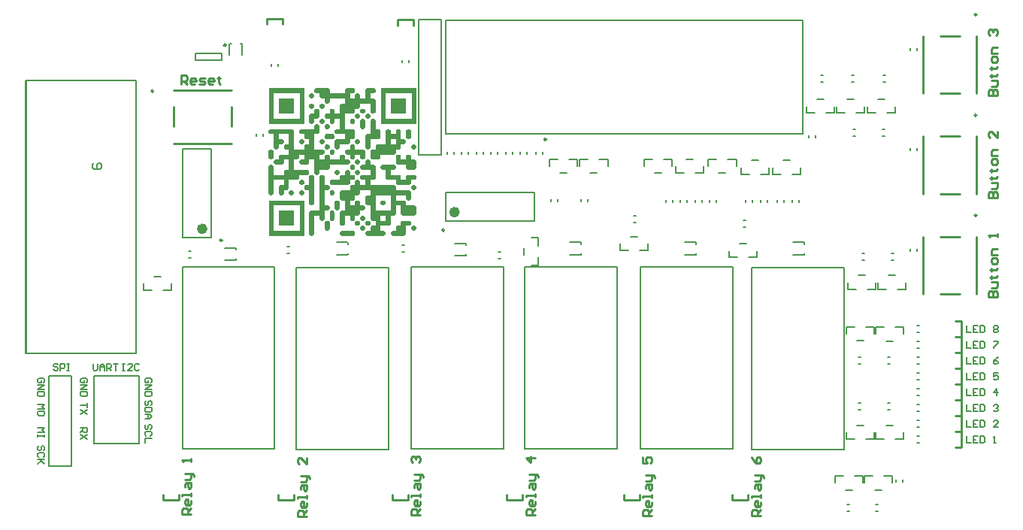
<source format=gto>
G04*
G04 #@! TF.GenerationSoftware,Altium Limited,Altium NEXUS,2.1.9 (83)*
G04*
G04 Layer_Color=65535*
%FSLAX44Y44*%
%MOMM*%
G71*
G01*
G75*
%ADD10C,0.2500*%
%ADD11C,0.2540*%
%ADD12C,0.6000*%
%ADD13C,0.2400*%
%ADD14C,0.2000*%
%ADD15C,0.1524*%
%ADD16C,0.1270*%
%ADD17C,0.2032*%
%ADD18C,0.1000*%
G36*
X648030Y742366D02*
X648747D01*
Y741649D01*
X649464D01*
Y740932D01*
Y740215D01*
Y739498D01*
Y738781D01*
X648747D01*
Y738063D01*
X648030D01*
Y737346D01*
X643727D01*
Y736629D01*
Y735912D01*
Y735195D01*
Y734478D01*
Y733760D01*
Y733043D01*
Y732326D01*
Y731609D01*
X648030D01*
Y730892D01*
X648747D01*
Y730175D01*
X649464D01*
Y729457D01*
Y728740D01*
Y728023D01*
Y727306D01*
Y726589D01*
Y725872D01*
Y725155D01*
Y724437D01*
Y723720D01*
Y723003D01*
Y722286D01*
Y721569D01*
Y720852D01*
Y720134D01*
Y719417D01*
Y718700D01*
Y717983D01*
Y717266D01*
Y716549D01*
Y715832D01*
X648747D01*
Y715114D01*
X648030D01*
Y714397D01*
X645161D01*
Y715114D01*
X644444D01*
Y715832D01*
X643727D01*
Y716549D01*
Y717266D01*
Y717983D01*
Y718700D01*
Y719417D01*
Y720134D01*
Y720852D01*
Y721569D01*
Y722286D01*
Y723003D01*
Y723720D01*
Y724437D01*
Y725155D01*
Y725872D01*
X632252D01*
Y725155D01*
Y724437D01*
Y723720D01*
Y723003D01*
Y722286D01*
Y721569D01*
X631535D01*
Y720852D01*
X630818D01*
Y720134D01*
X626515D01*
Y719417D01*
Y718700D01*
Y717983D01*
Y717266D01*
Y716549D01*
Y715832D01*
X625798D01*
Y715114D01*
X625081D01*
Y714397D01*
X615041D01*
Y713680D01*
Y712963D01*
Y712246D01*
Y711529D01*
Y710811D01*
Y710094D01*
Y709377D01*
Y708660D01*
Y707943D01*
Y707226D01*
Y706509D01*
Y705791D01*
Y705074D01*
Y704357D01*
Y703640D01*
Y702923D01*
Y702206D01*
Y701488D01*
Y700771D01*
Y700054D01*
Y699337D01*
Y698620D01*
Y697903D01*
Y697186D01*
X625081D01*
Y696468D01*
X625798D01*
Y695751D01*
X626515D01*
Y695034D01*
Y694317D01*
Y693600D01*
Y692883D01*
Y692166D01*
Y691448D01*
Y690731D01*
Y690014D01*
Y689297D01*
Y688580D01*
Y687862D01*
Y687145D01*
X625798D01*
Y686428D01*
X625081D01*
Y685711D01*
X620778D01*
Y684994D01*
Y684277D01*
Y683560D01*
Y682842D01*
Y682125D01*
Y681408D01*
X620061D01*
Y680691D01*
X619343D01*
Y679974D01*
X609303D01*
Y679257D01*
Y678540D01*
Y677822D01*
Y677105D01*
Y676388D01*
Y675671D01*
X608586D01*
Y674954D01*
X607869D01*
Y674237D01*
X605000D01*
Y674954D01*
X604283D01*
Y675671D01*
X603566D01*
Y676388D01*
Y677105D01*
Y677822D01*
Y678540D01*
Y679257D01*
Y679974D01*
Y680691D01*
Y681408D01*
Y682125D01*
Y682842D01*
Y683560D01*
Y684277D01*
X604283D01*
Y684994D01*
X605000D01*
Y685711D01*
X615041D01*
Y686428D01*
Y687145D01*
Y687862D01*
Y688580D01*
Y689297D01*
Y690014D01*
Y690731D01*
Y691448D01*
X605000D01*
Y692166D01*
X604283D01*
Y692883D01*
X603566D01*
Y693600D01*
Y694317D01*
Y695034D01*
Y695751D01*
X604283D01*
Y696468D01*
X605000D01*
Y697186D01*
X609303D01*
Y697903D01*
Y698620D01*
Y699337D01*
Y700054D01*
Y700771D01*
Y701488D01*
Y702206D01*
Y702923D01*
Y703640D01*
Y704357D01*
Y705074D01*
Y705791D01*
Y706509D01*
Y707226D01*
Y707943D01*
Y708660D01*
X603566D01*
Y707943D01*
Y707226D01*
Y706509D01*
Y705791D01*
Y705074D01*
Y704357D01*
X602849D01*
Y703640D01*
X602132D01*
Y702923D01*
X599263D01*
Y703640D01*
X598546D01*
Y704357D01*
X597829D01*
Y705074D01*
Y705791D01*
Y706509D01*
Y707226D01*
Y707943D01*
Y708660D01*
X593526D01*
Y709377D01*
X592809D01*
Y710094D01*
X592092D01*
Y710811D01*
Y711529D01*
Y712246D01*
Y712963D01*
X592809D01*
Y713680D01*
X593526D01*
Y714397D01*
X597829D01*
Y715114D01*
Y715832D01*
Y716549D01*
Y717266D01*
Y717983D01*
Y718700D01*
X598546D01*
Y719417D01*
X599263D01*
Y720134D01*
X602132D01*
Y719417D01*
X602849D01*
Y718700D01*
X603566D01*
Y717983D01*
Y717266D01*
Y716549D01*
Y715832D01*
Y715114D01*
Y714397D01*
X609303D01*
Y715114D01*
Y715832D01*
Y716549D01*
Y717266D01*
Y717983D01*
Y718700D01*
Y719417D01*
Y720134D01*
Y720852D01*
Y721569D01*
Y722286D01*
Y723003D01*
Y723720D01*
Y724437D01*
X610020D01*
Y725155D01*
X610738D01*
Y725872D01*
X615041D01*
Y726589D01*
Y727306D01*
Y728023D01*
Y728740D01*
Y729457D01*
Y730175D01*
Y730892D01*
Y731609D01*
X597829D01*
Y730892D01*
Y730175D01*
Y729457D01*
Y728740D01*
Y728023D01*
Y727306D01*
X597112D01*
Y726589D01*
X596395D01*
Y725872D01*
X593526D01*
Y726589D01*
X592809D01*
Y727306D01*
X592092D01*
Y728023D01*
Y728740D01*
Y729457D01*
Y730175D01*
Y730892D01*
Y731609D01*
X587789D01*
Y732326D01*
X587071D01*
Y733043D01*
X586354D01*
Y733760D01*
Y734478D01*
Y735195D01*
Y735912D01*
Y736629D01*
Y737346D01*
X582051D01*
Y738063D01*
X581334D01*
Y738781D01*
X580617D01*
Y739498D01*
Y740215D01*
Y740932D01*
Y741649D01*
X581334D01*
Y742366D01*
X582051D01*
Y743083D01*
X596395D01*
Y742366D01*
X597112D01*
Y741649D01*
X597829D01*
Y740932D01*
Y740215D01*
Y739498D01*
Y738781D01*
Y738063D01*
Y737346D01*
X615041D01*
Y738063D01*
Y738781D01*
Y739498D01*
Y740215D01*
Y740932D01*
Y741649D01*
X615758D01*
Y742366D01*
X616475D01*
Y743083D01*
X625081D01*
Y742366D01*
X625798D01*
Y741649D01*
X626515D01*
Y740932D01*
Y740215D01*
Y739498D01*
Y738781D01*
X625798D01*
Y738063D01*
X625081D01*
Y737346D01*
X620778D01*
Y736629D01*
Y735912D01*
Y735195D01*
Y734478D01*
Y733760D01*
Y733043D01*
Y732326D01*
Y731609D01*
X626515D01*
Y732326D01*
Y733043D01*
Y733760D01*
Y734478D01*
Y735195D01*
Y735912D01*
X627232D01*
Y736629D01*
X627949D01*
Y737346D01*
X630818D01*
Y736629D01*
X631535D01*
Y735912D01*
X632252D01*
Y735195D01*
Y734478D01*
Y733760D01*
Y733043D01*
Y732326D01*
Y731609D01*
X637989D01*
Y732326D01*
Y733043D01*
Y733760D01*
Y734478D01*
Y735195D01*
Y735912D01*
Y736629D01*
Y737346D01*
Y738063D01*
Y738781D01*
Y739498D01*
Y740215D01*
Y740932D01*
Y741649D01*
X638707D01*
Y742366D01*
X639424D01*
Y743083D01*
X648030D01*
Y742366D01*
D02*
G37*
G36*
X579183Y736629D02*
X579900D01*
Y735912D01*
X580617D01*
Y735195D01*
Y734478D01*
Y733760D01*
Y733043D01*
X579900D01*
Y732326D01*
X579183D01*
Y731609D01*
X576314D01*
Y732326D01*
X575597D01*
Y733043D01*
X574880D01*
Y733760D01*
Y734478D01*
Y735195D01*
Y735912D01*
X575597D01*
Y736629D01*
X576314D01*
Y737346D01*
X579183D01*
Y736629D01*
D02*
G37*
G36*
X590657Y725155D02*
X591374D01*
Y724437D01*
X592092D01*
Y723720D01*
Y723003D01*
Y722286D01*
Y721569D01*
X591374D01*
Y720852D01*
X590657D01*
Y720134D01*
X587789D01*
Y720852D01*
X587071D01*
Y721569D01*
X586354D01*
Y722286D01*
Y723003D01*
Y723720D01*
Y724437D01*
X587071D01*
Y725155D01*
X587789D01*
Y725872D01*
X590657D01*
Y725155D01*
D02*
G37*
G36*
X579183D02*
X579900D01*
Y724437D01*
X580617D01*
Y723720D01*
Y723003D01*
Y722286D01*
Y721569D01*
X579900D01*
Y720852D01*
X579183D01*
Y720134D01*
X576314D01*
Y720852D01*
X575597D01*
Y721569D01*
X574880D01*
Y722286D01*
Y723003D01*
Y723720D01*
Y724437D01*
X575597D01*
Y725155D01*
X576314D01*
Y725872D01*
X579183D01*
Y725155D01*
D02*
G37*
G36*
X636555Y719417D02*
X637272D01*
Y718700D01*
X637989D01*
Y717983D01*
Y717266D01*
Y716549D01*
Y715832D01*
X637272D01*
Y715114D01*
X636555D01*
Y714397D01*
X633686D01*
Y715114D01*
X632969D01*
Y715832D01*
X632252D01*
Y716549D01*
Y717266D01*
Y717983D01*
Y718700D01*
X632969D01*
Y719417D01*
X633686D01*
Y720134D01*
X636555D01*
Y719417D01*
D02*
G37*
G36*
X642292Y713680D02*
X643009D01*
Y712963D01*
X643727D01*
Y712246D01*
Y711529D01*
Y710811D01*
Y710094D01*
X643009D01*
Y709377D01*
X642292D01*
Y708660D01*
X639424D01*
Y709377D01*
X638707D01*
Y710094D01*
X637989D01*
Y710811D01*
Y711529D01*
Y712246D01*
Y712963D01*
X638707D01*
Y713680D01*
X639424D01*
Y714397D01*
X642292D01*
Y713680D01*
D02*
G37*
G36*
X630818D02*
X631535D01*
Y712963D01*
X632252D01*
Y712246D01*
Y711529D01*
Y710811D01*
Y710094D01*
X631535D01*
Y709377D01*
X630818D01*
Y708660D01*
X627949D01*
Y709377D01*
X627232D01*
Y710094D01*
X626515D01*
Y710811D01*
Y711529D01*
Y712246D01*
Y712963D01*
X627232D01*
Y713680D01*
X627949D01*
Y714397D01*
X630818D01*
Y713680D01*
D02*
G37*
G36*
X695362Y742366D02*
Y741649D01*
Y740932D01*
Y740215D01*
Y739498D01*
Y738781D01*
Y738063D01*
Y737346D01*
Y736629D01*
Y735912D01*
Y735195D01*
Y734478D01*
Y733760D01*
Y733043D01*
Y732326D01*
Y731609D01*
Y730892D01*
Y730175D01*
Y729457D01*
Y728740D01*
Y728023D01*
Y727306D01*
Y726589D01*
Y725872D01*
Y725155D01*
Y724437D01*
Y723720D01*
Y723003D01*
Y722286D01*
Y721569D01*
Y720852D01*
Y720134D01*
Y719417D01*
Y718700D01*
Y717983D01*
Y717266D01*
Y716549D01*
Y715832D01*
Y715114D01*
Y714397D01*
Y713680D01*
Y712963D01*
Y712246D01*
Y711529D01*
Y710811D01*
Y710094D01*
Y709377D01*
Y708660D01*
Y707943D01*
Y707226D01*
Y706509D01*
Y705791D01*
Y705074D01*
Y704357D01*
Y703640D01*
Y702923D01*
X655918D01*
Y703640D01*
Y704357D01*
Y705074D01*
Y705791D01*
Y706509D01*
Y707226D01*
Y707943D01*
Y708660D01*
Y709377D01*
Y710094D01*
Y710811D01*
Y711529D01*
Y712246D01*
Y712963D01*
Y713680D01*
Y714397D01*
Y715114D01*
Y715832D01*
Y716549D01*
Y717266D01*
Y717983D01*
Y718700D01*
Y719417D01*
Y720134D01*
Y720852D01*
Y721569D01*
Y722286D01*
Y723003D01*
Y723720D01*
Y724437D01*
Y725155D01*
Y725872D01*
Y726589D01*
Y727306D01*
Y728023D01*
Y728740D01*
Y729457D01*
Y730175D01*
Y730892D01*
Y731609D01*
Y732326D01*
Y733043D01*
Y733760D01*
Y734478D01*
Y735195D01*
Y735912D01*
Y736629D01*
Y737346D01*
Y738063D01*
Y738781D01*
Y739498D01*
Y740215D01*
Y740932D01*
Y741649D01*
Y742366D01*
Y743083D01*
X695362D01*
Y742366D01*
D02*
G37*
G36*
X625081Y707943D02*
X625798D01*
Y707226D01*
X626515D01*
Y706509D01*
Y705791D01*
Y705074D01*
Y704357D01*
X625798D01*
Y703640D01*
X625081D01*
Y702923D01*
X622212D01*
Y703640D01*
X621495D01*
Y704357D01*
X620778D01*
Y705074D01*
Y705791D01*
Y706509D01*
Y707226D01*
X621495D01*
Y707943D01*
X622212D01*
Y708660D01*
X625081D01*
Y707943D01*
D02*
G37*
G36*
X590657D02*
X591374D01*
Y707226D01*
X592092D01*
Y706509D01*
Y705791D01*
Y705074D01*
Y704357D01*
X591374D01*
Y703640D01*
X590657D01*
Y702923D01*
X587789D01*
Y703640D01*
X587071D01*
Y704357D01*
X586354D01*
Y705074D01*
Y705791D01*
Y706509D01*
Y707226D01*
X587071D01*
Y707943D01*
X587789D01*
Y708660D01*
X590657D01*
Y707943D01*
D02*
G37*
G36*
X584920Y719417D02*
X585637D01*
Y718700D01*
X586354D01*
Y717983D01*
Y717266D01*
Y716549D01*
Y715832D01*
Y715114D01*
Y714397D01*
Y713680D01*
Y712963D01*
Y712246D01*
Y711529D01*
Y710811D01*
Y710094D01*
X585637D01*
Y709377D01*
X584920D01*
Y708660D01*
X580617D01*
Y707943D01*
Y707226D01*
Y706509D01*
Y705791D01*
Y705074D01*
Y704357D01*
X579900D01*
Y703640D01*
X579183D01*
Y702923D01*
X576314D01*
Y703640D01*
X575597D01*
Y704357D01*
X574880D01*
Y705074D01*
Y705791D01*
Y706509D01*
Y707226D01*
Y707943D01*
Y708660D01*
Y709377D01*
Y710094D01*
Y710811D01*
Y711529D01*
Y712246D01*
Y712963D01*
X575597D01*
Y713680D01*
X576314D01*
Y714397D01*
X580617D01*
Y715114D01*
Y715832D01*
Y716549D01*
Y717266D01*
Y717983D01*
Y718700D01*
X581334D01*
Y719417D01*
X582051D01*
Y720134D01*
X584920D01*
Y719417D01*
D02*
G37*
G36*
X569143Y742366D02*
Y741649D01*
Y740932D01*
Y740215D01*
Y739498D01*
Y738781D01*
Y738063D01*
Y737346D01*
Y736629D01*
Y735912D01*
Y735195D01*
Y734478D01*
Y733760D01*
Y733043D01*
Y732326D01*
Y731609D01*
Y730892D01*
Y730175D01*
Y729457D01*
Y728740D01*
Y728023D01*
Y727306D01*
Y726589D01*
Y725872D01*
Y725155D01*
Y724437D01*
Y723720D01*
Y723003D01*
Y722286D01*
Y721569D01*
Y720852D01*
Y720134D01*
Y719417D01*
Y718700D01*
Y717983D01*
Y717266D01*
Y716549D01*
Y715832D01*
Y715114D01*
Y714397D01*
Y713680D01*
Y712963D01*
Y712246D01*
Y711529D01*
Y710811D01*
Y710094D01*
Y709377D01*
Y708660D01*
Y707943D01*
Y707226D01*
Y706509D01*
Y705791D01*
Y705074D01*
Y704357D01*
Y703640D01*
Y702923D01*
X529699D01*
Y703640D01*
Y704357D01*
Y705074D01*
Y705791D01*
Y706509D01*
Y707226D01*
Y707943D01*
Y708660D01*
Y709377D01*
Y710094D01*
Y710811D01*
Y711529D01*
Y712246D01*
Y712963D01*
Y713680D01*
Y714397D01*
Y715114D01*
Y715832D01*
Y716549D01*
Y717266D01*
Y717983D01*
Y718700D01*
Y719417D01*
Y720134D01*
Y720852D01*
Y721569D01*
Y722286D01*
Y723003D01*
Y723720D01*
Y724437D01*
Y725155D01*
Y725872D01*
Y726589D01*
Y727306D01*
Y728023D01*
Y728740D01*
Y729457D01*
Y730175D01*
Y730892D01*
Y731609D01*
Y732326D01*
Y733043D01*
Y733760D01*
Y734478D01*
Y735195D01*
Y735912D01*
Y736629D01*
Y737346D01*
Y738063D01*
Y738781D01*
Y739498D01*
Y740215D01*
Y740932D01*
Y741649D01*
Y742366D01*
Y743083D01*
X569143D01*
Y742366D01*
D02*
G37*
G36*
X636555Y707943D02*
X637272D01*
Y707226D01*
X637989D01*
Y706509D01*
Y705791D01*
Y705074D01*
Y704357D01*
Y703640D01*
Y702923D01*
Y702206D01*
Y701488D01*
Y700771D01*
Y700054D01*
Y699337D01*
Y698620D01*
X637272D01*
Y697903D01*
X636555D01*
Y697186D01*
X633686D01*
Y697903D01*
X632969D01*
Y698620D01*
X632252D01*
Y699337D01*
Y700054D01*
Y700771D01*
Y701488D01*
Y702206D01*
Y702923D01*
Y703640D01*
Y704357D01*
Y705074D01*
Y705791D01*
Y706509D01*
Y707226D01*
X632969D01*
Y707943D01*
X633686D01*
Y708660D01*
X636555D01*
Y707943D01*
D02*
G37*
G36*
X596395Y702206D02*
X597112D01*
Y701488D01*
X597829D01*
Y700771D01*
Y700054D01*
Y699337D01*
Y698620D01*
X597112D01*
Y697903D01*
X596395D01*
Y697186D01*
X593526D01*
Y697903D01*
X592809D01*
Y698620D01*
X592092D01*
Y699337D01*
Y700054D01*
Y700771D01*
Y701488D01*
X592809D01*
Y702206D01*
X593526D01*
Y702923D01*
X596395D01*
Y702206D01*
D02*
G37*
G36*
X676716Y696468D02*
X677433D01*
Y695751D01*
X678150D01*
Y695034D01*
Y694317D01*
Y693600D01*
Y692883D01*
Y692166D01*
Y691448D01*
Y690731D01*
Y690014D01*
Y689297D01*
Y688580D01*
Y687862D01*
Y687145D01*
Y686428D01*
Y685711D01*
X682453D01*
Y684994D01*
X683170D01*
Y684277D01*
X683887D01*
Y683560D01*
Y682842D01*
Y682125D01*
Y681408D01*
X683170D01*
Y680691D01*
X682453D01*
Y679974D01*
X678150D01*
Y679257D01*
Y678540D01*
Y677822D01*
Y677105D01*
Y676388D01*
Y675671D01*
X677433D01*
Y674954D01*
X676716D01*
Y674237D01*
X672413D01*
Y673520D01*
Y672802D01*
Y672085D01*
Y671368D01*
Y670651D01*
Y669934D01*
X671696D01*
Y669217D01*
X670978D01*
Y668499D01*
X655201D01*
Y667782D01*
Y667065D01*
Y666348D01*
Y665631D01*
Y664914D01*
Y664196D01*
X654484D01*
Y663479D01*
X653767D01*
Y662762D01*
X645161D01*
Y663479D01*
X644444D01*
Y664196D01*
X643727D01*
Y664914D01*
Y665631D01*
Y666348D01*
Y667065D01*
Y667782D01*
Y668499D01*
Y669217D01*
Y669934D01*
Y670651D01*
Y671368D01*
Y672085D01*
Y672802D01*
X644444D01*
Y673520D01*
X645161D01*
Y674237D01*
X649464D01*
Y674954D01*
Y675671D01*
Y676388D01*
Y677105D01*
Y677822D01*
Y678540D01*
X650181D01*
Y679257D01*
X650898D01*
Y679974D01*
X660938D01*
Y680691D01*
Y681408D01*
Y682125D01*
Y682842D01*
Y683560D01*
Y684277D01*
Y684994D01*
Y685711D01*
Y686428D01*
Y687145D01*
Y687862D01*
Y688580D01*
Y689297D01*
Y690014D01*
Y690731D01*
Y691448D01*
Y692166D01*
Y692883D01*
Y693600D01*
Y694317D01*
Y695034D01*
Y695751D01*
X661656D01*
Y696468D01*
X662373D01*
Y697186D01*
X665241D01*
Y696468D01*
X665958D01*
Y695751D01*
X666676D01*
Y695034D01*
Y694317D01*
Y693600D01*
Y692883D01*
Y692166D01*
Y691448D01*
X672413D01*
Y692166D01*
Y692883D01*
Y693600D01*
Y694317D01*
Y695034D01*
Y695751D01*
X673130D01*
Y696468D01*
X673847D01*
Y697186D01*
X676716D01*
Y696468D01*
D02*
G37*
G36*
X688190D02*
X688907D01*
Y695751D01*
X689624D01*
Y695034D01*
Y694317D01*
Y693600D01*
Y692883D01*
Y692166D01*
Y691448D01*
Y690731D01*
Y690014D01*
Y689297D01*
Y688580D01*
Y687862D01*
Y687145D01*
X688907D01*
Y686428D01*
X688190D01*
Y685711D01*
X685322D01*
Y686428D01*
X684604D01*
Y687145D01*
X683887D01*
Y687862D01*
Y688580D01*
Y689297D01*
Y690014D01*
Y690731D01*
Y691448D01*
Y692166D01*
Y692883D01*
Y693600D01*
Y694317D01*
Y695034D01*
Y695751D01*
X684604D01*
Y696468D01*
X685322D01*
Y697186D01*
X688190D01*
Y696468D01*
D02*
G37*
G36*
X602132Y690731D02*
X602849D01*
Y690014D01*
X603566D01*
Y689297D01*
Y688580D01*
Y687862D01*
Y687145D01*
X602849D01*
Y686428D01*
X602132D01*
Y685711D01*
X593526D01*
Y686428D01*
X592809D01*
Y687145D01*
X592092D01*
Y687862D01*
Y688580D01*
Y689297D01*
Y690014D01*
X592809D01*
Y690731D01*
X593526D01*
Y691448D01*
X602132D01*
Y690731D01*
D02*
G37*
G36*
X630818Y684994D02*
X631535D01*
Y684277D01*
X632252D01*
Y683560D01*
Y682842D01*
Y682125D01*
Y681408D01*
X631535D01*
Y680691D01*
X630818D01*
Y679974D01*
X627949D01*
Y680691D01*
X627232D01*
Y681408D01*
X626515D01*
Y682125D01*
Y682842D01*
Y683560D01*
Y684277D01*
X627232D01*
Y684994D01*
X627949D01*
Y685711D01*
X630818D01*
Y684994D01*
D02*
G37*
G36*
X590657D02*
X591374D01*
Y684277D01*
X592092D01*
Y683560D01*
Y682842D01*
Y682125D01*
Y681408D01*
X591374D01*
Y680691D01*
X590657D01*
Y679974D01*
X587789D01*
Y680691D01*
X587071D01*
Y681408D01*
X586354D01*
Y682125D01*
Y682842D01*
Y683560D01*
Y684277D01*
X587071D01*
Y684994D01*
X587789D01*
Y685711D01*
X590657D01*
Y684994D01*
D02*
G37*
G36*
X567708D02*
X568425D01*
Y684277D01*
X569143D01*
Y683560D01*
Y682842D01*
Y682125D01*
Y681408D01*
X568425D01*
Y680691D01*
X567708D01*
Y679974D01*
X564840D01*
Y680691D01*
X564123D01*
Y681408D01*
X563405D01*
Y682125D01*
Y682842D01*
Y683560D01*
Y684277D01*
X564123D01*
Y684994D01*
X564840D01*
Y685711D01*
X567708D01*
Y684994D01*
D02*
G37*
G36*
X693928Y679257D02*
X694645D01*
Y678540D01*
X695362D01*
Y677822D01*
Y677105D01*
Y676388D01*
Y675671D01*
X694645D01*
Y674954D01*
X693928D01*
Y674237D01*
X691059D01*
Y674954D01*
X690342D01*
Y675671D01*
X689624D01*
Y676388D01*
Y677105D01*
Y677822D01*
Y678540D01*
X690342D01*
Y679257D01*
X691059D01*
Y679974D01*
X693928D01*
Y679257D01*
D02*
G37*
G36*
X648030Y707943D02*
X648747D01*
Y707226D01*
X649464D01*
Y706509D01*
Y705791D01*
Y705074D01*
Y704357D01*
Y703640D01*
Y702923D01*
Y702206D01*
Y701488D01*
Y700771D01*
Y700054D01*
Y699337D01*
Y698620D01*
Y697903D01*
Y697186D01*
X653767D01*
Y696468D01*
X654484D01*
Y695751D01*
X655201D01*
Y695034D01*
Y694317D01*
Y693600D01*
Y692883D01*
Y692166D01*
Y691448D01*
Y690731D01*
Y690014D01*
Y689297D01*
Y688580D01*
Y687862D01*
Y687145D01*
X654484D01*
Y686428D01*
X653767D01*
Y685711D01*
X643727D01*
Y684994D01*
Y684277D01*
Y683560D01*
Y682842D01*
Y682125D01*
Y681408D01*
Y680691D01*
Y679974D01*
Y679257D01*
Y678540D01*
Y677822D01*
Y677105D01*
Y676388D01*
Y675671D01*
X643009D01*
Y674954D01*
X642292D01*
Y674237D01*
X639424D01*
Y674954D01*
X638707D01*
Y675671D01*
X637989D01*
Y676388D01*
Y677105D01*
Y677822D01*
Y678540D01*
Y679257D01*
Y679974D01*
Y680691D01*
Y681408D01*
Y682125D01*
Y682842D01*
Y683560D01*
Y684277D01*
Y684994D01*
Y685711D01*
Y686428D01*
Y687145D01*
Y687862D01*
Y688580D01*
Y689297D01*
Y690014D01*
X638707D01*
Y690731D01*
X639424D01*
Y691448D01*
X643727D01*
Y692166D01*
Y692883D01*
Y693600D01*
Y694317D01*
Y695034D01*
Y695751D01*
Y696468D01*
Y697186D01*
Y697903D01*
Y698620D01*
Y699337D01*
Y700054D01*
Y700771D01*
Y701488D01*
Y702206D01*
Y702923D01*
Y703640D01*
Y704357D01*
Y705074D01*
Y705791D01*
Y706509D01*
Y707226D01*
X644444D01*
Y707943D01*
X645161D01*
Y708660D01*
X648030D01*
Y707943D01*
D02*
G37*
G36*
X596395Y679257D02*
X597112D01*
Y678540D01*
X597829D01*
Y677822D01*
Y677105D01*
Y676388D01*
Y675671D01*
X597112D01*
Y674954D01*
X596395D01*
Y674237D01*
X593526D01*
Y674954D01*
X592809D01*
Y675671D01*
X592092D01*
Y676388D01*
Y677105D01*
Y677822D01*
Y678540D01*
X592809D01*
Y679257D01*
X593526D01*
Y679974D01*
X596395D01*
Y679257D01*
D02*
G37*
G36*
X584920Y702206D02*
X585637D01*
Y701488D01*
X586354D01*
Y700771D01*
Y700054D01*
Y699337D01*
Y698620D01*
Y697903D01*
Y697186D01*
Y696468D01*
Y695751D01*
Y695034D01*
Y694317D01*
Y693600D01*
Y692883D01*
X585637D01*
Y692166D01*
X584920D01*
Y691448D01*
X580617D01*
Y690731D01*
Y690014D01*
Y689297D01*
Y688580D01*
Y687862D01*
Y687145D01*
Y686428D01*
Y685711D01*
Y684994D01*
Y684277D01*
Y683560D01*
Y682842D01*
Y682125D01*
Y681408D01*
Y680691D01*
Y679974D01*
Y679257D01*
Y678540D01*
Y677822D01*
Y677105D01*
Y676388D01*
Y675671D01*
Y674954D01*
Y674237D01*
X590657D01*
Y673520D01*
X591374D01*
Y672802D01*
X592092D01*
Y672085D01*
Y671368D01*
Y670651D01*
Y669934D01*
X591374D01*
Y669217D01*
X590657D01*
Y668499D01*
X586354D01*
Y667782D01*
Y667065D01*
Y666348D01*
Y665631D01*
Y664914D01*
Y664196D01*
Y663479D01*
Y662762D01*
X592092D01*
Y663479D01*
Y664196D01*
Y664914D01*
Y665631D01*
Y666348D01*
Y667065D01*
X592809D01*
Y667782D01*
X593526D01*
Y668499D01*
X596395D01*
Y667782D01*
X597112D01*
Y667065D01*
X597829D01*
Y666348D01*
Y665631D01*
Y664914D01*
Y664196D01*
Y663479D01*
Y662762D01*
X609303D01*
Y663479D01*
Y664196D01*
Y664914D01*
Y665631D01*
Y666348D01*
Y667065D01*
X610020D01*
Y667782D01*
X610738D01*
Y668499D01*
X613606D01*
Y667782D01*
X614323D01*
Y667065D01*
X615041D01*
Y666348D01*
Y665631D01*
Y664914D01*
Y664196D01*
Y663479D01*
Y662762D01*
X619343D01*
Y662045D01*
X620061D01*
Y661328D01*
X620778D01*
Y660611D01*
Y659893D01*
Y659176D01*
Y658459D01*
X620061D01*
Y657742D01*
X619343D01*
Y657025D01*
X597829D01*
Y656308D01*
Y655591D01*
Y654873D01*
Y654156D01*
Y653439D01*
Y652722D01*
X597112D01*
Y652005D01*
X596395D01*
Y651288D01*
X586354D01*
Y650571D01*
Y649853D01*
Y649136D01*
Y648419D01*
Y647702D01*
Y646985D01*
X585637D01*
Y646268D01*
X584920D01*
Y645550D01*
X582051D01*
Y646268D01*
X581334D01*
Y646985D01*
X580617D01*
Y647702D01*
Y648419D01*
Y649136D01*
Y649853D01*
Y650571D01*
Y651288D01*
Y652005D01*
Y652722D01*
Y653439D01*
Y654156D01*
Y654873D01*
Y655591D01*
Y656308D01*
Y657025D01*
Y657742D01*
Y658459D01*
Y659176D01*
Y659893D01*
Y660611D01*
Y661328D01*
Y662045D01*
Y662762D01*
X574880D01*
Y662045D01*
Y661328D01*
Y660611D01*
Y659893D01*
Y659176D01*
Y658459D01*
X574163D01*
Y657742D01*
X573446D01*
Y657025D01*
X564840D01*
Y657742D01*
X564123D01*
Y658459D01*
X563405D01*
Y659176D01*
Y659893D01*
Y660611D01*
Y661328D01*
X564123D01*
Y662045D01*
X564840D01*
Y662762D01*
X569143D01*
Y663479D01*
Y664196D01*
Y664914D01*
Y665631D01*
Y666348D01*
Y667065D01*
Y667782D01*
Y668499D01*
X563405D01*
Y667782D01*
Y667065D01*
Y666348D01*
Y665631D01*
Y664914D01*
Y664196D01*
X562688D01*
Y663479D01*
X561971D01*
Y662762D01*
X557668D01*
Y662045D01*
Y661328D01*
Y660611D01*
Y659893D01*
Y659176D01*
Y658459D01*
Y657742D01*
Y657025D01*
Y656308D01*
Y655591D01*
Y654873D01*
Y654156D01*
Y653439D01*
Y652722D01*
Y652005D01*
Y651288D01*
X573446D01*
Y650571D01*
X574163D01*
Y649853D01*
X574880D01*
Y649136D01*
Y648419D01*
Y647702D01*
Y646985D01*
X574163D01*
Y646268D01*
X573446D01*
Y645550D01*
X563405D01*
Y644833D01*
Y644116D01*
Y643399D01*
Y642682D01*
Y641965D01*
Y641247D01*
X562688D01*
Y640530D01*
X561971D01*
Y639813D01*
X551931D01*
Y639096D01*
Y638379D01*
Y637662D01*
Y636945D01*
Y636227D01*
Y635510D01*
Y634793D01*
Y634076D01*
Y633359D01*
Y632642D01*
Y631925D01*
Y631207D01*
Y630490D01*
Y629773D01*
X551214D01*
Y629056D01*
X550497D01*
Y628339D01*
X546194D01*
Y627622D01*
Y626904D01*
Y626187D01*
Y625470D01*
Y624753D01*
Y624036D01*
X545477D01*
Y623319D01*
X544759D01*
Y622602D01*
X541891D01*
Y623319D01*
X541174D01*
Y624036D01*
X540456D01*
Y624753D01*
Y625470D01*
Y626187D01*
Y626904D01*
Y627622D01*
Y628339D01*
Y629056D01*
Y629773D01*
Y630490D01*
Y631207D01*
Y631925D01*
Y632642D01*
X541174D01*
Y633359D01*
X541891D01*
Y634076D01*
X546194D01*
Y634793D01*
Y635510D01*
Y636227D01*
Y636945D01*
Y637662D01*
Y638379D01*
Y639096D01*
Y639813D01*
X534719D01*
Y639096D01*
Y638379D01*
Y637662D01*
Y636945D01*
Y636227D01*
Y635510D01*
Y634793D01*
Y634076D01*
Y633359D01*
Y632642D01*
Y631925D01*
Y631207D01*
Y630490D01*
Y629773D01*
Y629056D01*
Y628339D01*
Y627622D01*
Y626904D01*
Y626187D01*
Y625470D01*
Y624753D01*
Y624036D01*
X534002D01*
Y623319D01*
X533285D01*
Y622602D01*
X530416D01*
Y623319D01*
X529699D01*
Y624036D01*
X528982D01*
Y624753D01*
Y625470D01*
Y626187D01*
Y626904D01*
Y627622D01*
Y628339D01*
Y629056D01*
Y629773D01*
Y630490D01*
Y631207D01*
Y631925D01*
Y632642D01*
Y633359D01*
Y634076D01*
Y634793D01*
Y635510D01*
Y636227D01*
Y636945D01*
Y637662D01*
Y638379D01*
Y639096D01*
Y639813D01*
Y640530D01*
Y641247D01*
Y641965D01*
Y642682D01*
Y643399D01*
Y644116D01*
Y644833D01*
Y645550D01*
Y646268D01*
Y646985D01*
Y647702D01*
Y648419D01*
Y649136D01*
Y649853D01*
Y650571D01*
Y651288D01*
Y652005D01*
Y652722D01*
Y653439D01*
Y654156D01*
Y654873D01*
Y655591D01*
X529699D01*
Y656308D01*
X530416D01*
Y657025D01*
X533285D01*
Y656308D01*
X534002D01*
Y655591D01*
X534719D01*
Y654873D01*
Y654156D01*
Y653439D01*
Y652722D01*
Y652005D01*
Y651288D01*
Y650571D01*
Y649853D01*
Y649136D01*
Y648419D01*
Y647702D01*
Y646985D01*
Y646268D01*
Y645550D01*
X546194D01*
Y646268D01*
Y646985D01*
Y647702D01*
Y648419D01*
Y649136D01*
Y649853D01*
X546911D01*
Y650571D01*
X547628D01*
Y651288D01*
X551931D01*
Y652005D01*
Y652722D01*
Y653439D01*
Y654156D01*
Y654873D01*
Y655591D01*
Y656308D01*
Y657025D01*
Y657742D01*
Y658459D01*
Y659176D01*
Y659893D01*
Y660611D01*
Y661328D01*
Y662045D01*
Y662762D01*
X546194D01*
Y662045D01*
Y661328D01*
Y660611D01*
Y659893D01*
Y659176D01*
Y658459D01*
X545477D01*
Y657742D01*
X544759D01*
Y657025D01*
X536153D01*
Y657742D01*
X535436D01*
Y658459D01*
X534719D01*
Y659176D01*
Y659893D01*
Y660611D01*
Y661328D01*
X535436D01*
Y662045D01*
X536153D01*
Y662762D01*
X540456D01*
Y663479D01*
Y664196D01*
Y664914D01*
Y665631D01*
Y666348D01*
Y667065D01*
X541174D01*
Y667782D01*
X541891D01*
Y668499D01*
X551931D01*
Y669217D01*
Y669934D01*
Y670651D01*
Y671368D01*
Y672085D01*
Y672802D01*
Y673520D01*
Y674237D01*
X547628D01*
Y674954D01*
X546911D01*
Y675671D01*
X546194D01*
Y676388D01*
Y677105D01*
Y677822D01*
Y678540D01*
X546911D01*
Y679257D01*
X547628D01*
Y679974D01*
X551931D01*
Y680691D01*
Y681408D01*
Y682125D01*
Y682842D01*
Y683560D01*
Y684277D01*
Y684994D01*
Y685711D01*
Y686428D01*
Y687145D01*
Y687862D01*
Y688580D01*
Y689297D01*
Y690014D01*
Y690731D01*
Y691448D01*
X540456D01*
Y690731D01*
Y690014D01*
Y689297D01*
Y688580D01*
Y687862D01*
Y687145D01*
Y686428D01*
Y685711D01*
X544759D01*
Y684994D01*
X545477D01*
Y684277D01*
X546194D01*
Y683560D01*
Y682842D01*
Y682125D01*
Y681408D01*
X545477D01*
Y680691D01*
X544759D01*
Y679974D01*
X540456D01*
Y679257D01*
Y678540D01*
Y677822D01*
Y677105D01*
Y676388D01*
Y675671D01*
X539739D01*
Y674954D01*
X539022D01*
Y674237D01*
X536153D01*
Y674954D01*
X535436D01*
Y675671D01*
X534719D01*
Y676388D01*
Y677105D01*
Y677822D01*
Y678540D01*
Y679257D01*
Y679974D01*
Y680691D01*
Y681408D01*
Y682125D01*
Y682842D01*
Y683560D01*
Y684277D01*
Y684994D01*
Y685711D01*
Y686428D01*
Y687145D01*
Y687862D01*
Y688580D01*
Y689297D01*
Y690014D01*
Y690731D01*
Y691448D01*
X530416D01*
Y692166D01*
X529699D01*
Y692883D01*
X528982D01*
Y693600D01*
Y694317D01*
Y695034D01*
Y695751D01*
X529699D01*
Y696468D01*
X530416D01*
Y697186D01*
X556234D01*
Y696468D01*
X556951D01*
Y695751D01*
X557668D01*
Y695034D01*
Y694317D01*
Y693600D01*
Y692883D01*
Y692166D01*
Y691448D01*
Y690731D01*
Y690014D01*
Y689297D01*
Y688580D01*
Y687862D01*
Y687145D01*
Y686428D01*
Y685711D01*
Y684994D01*
Y684277D01*
Y683560D01*
Y682842D01*
Y682125D01*
Y681408D01*
Y680691D01*
Y679974D01*
Y679257D01*
Y678540D01*
Y677822D01*
Y677105D01*
Y676388D01*
Y675671D01*
Y674954D01*
Y674237D01*
X569143D01*
Y674954D01*
Y675671D01*
Y676388D01*
Y677105D01*
Y677822D01*
Y678540D01*
X569860D01*
Y679257D01*
X570577D01*
Y679974D01*
X574880D01*
Y680691D01*
Y681408D01*
Y682125D01*
Y682842D01*
Y683560D01*
Y684277D01*
Y684994D01*
Y685711D01*
X570577D01*
Y686428D01*
X569860D01*
Y687145D01*
X569143D01*
Y687862D01*
Y688580D01*
Y689297D01*
Y690014D01*
Y690731D01*
Y691448D01*
X564840D01*
Y692166D01*
X564123D01*
Y692883D01*
X563405D01*
Y693600D01*
Y694317D01*
Y695034D01*
Y695751D01*
X564123D01*
Y696468D01*
X564840D01*
Y697186D01*
X580617D01*
Y697903D01*
Y698620D01*
Y699337D01*
Y700054D01*
Y700771D01*
Y701488D01*
X581334D01*
Y702206D01*
X582051D01*
Y702923D01*
X584920D01*
Y702206D01*
D02*
G37*
G36*
X602132Y673520D02*
X602849D01*
Y672802D01*
X603566D01*
Y672085D01*
Y671368D01*
Y670651D01*
Y669934D01*
X602849D01*
Y669217D01*
X602132D01*
Y668499D01*
X599263D01*
Y669217D01*
X598546D01*
Y669934D01*
X597829D01*
Y670651D01*
Y671368D01*
Y672085D01*
Y672802D01*
X598546D01*
Y673520D01*
X599263D01*
Y674237D01*
X602132D01*
Y673520D01*
D02*
G37*
G36*
X688190Y667782D02*
X688907D01*
Y667065D01*
X689624D01*
Y666348D01*
Y665631D01*
Y664914D01*
Y664196D01*
Y663479D01*
Y662762D01*
X693928D01*
Y662045D01*
X694645D01*
Y661328D01*
X695362D01*
Y660611D01*
Y659893D01*
Y659176D01*
Y658459D01*
Y657742D01*
Y657025D01*
Y656308D01*
Y655591D01*
Y654873D01*
Y654156D01*
Y653439D01*
Y652722D01*
X694645D01*
Y652005D01*
X693928D01*
Y651288D01*
X685322D01*
Y652005D01*
X684604D01*
Y652722D01*
X683887D01*
Y653439D01*
Y654156D01*
Y654873D01*
Y655591D01*
Y656308D01*
Y657025D01*
X673847D01*
Y657742D01*
X673130D01*
Y658459D01*
X672413D01*
Y659176D01*
Y659893D01*
Y660611D01*
Y661328D01*
Y662045D01*
Y662762D01*
Y663479D01*
Y664196D01*
Y664914D01*
Y665631D01*
Y666348D01*
Y667065D01*
X673130D01*
Y667782D01*
X673847D01*
Y668499D01*
X676716D01*
Y667782D01*
X677433D01*
Y667065D01*
X678150D01*
Y666348D01*
Y665631D01*
Y664914D01*
Y664196D01*
Y663479D01*
Y662762D01*
X683887D01*
Y663479D01*
Y664196D01*
Y664914D01*
Y665631D01*
Y666348D01*
Y667065D01*
X684604D01*
Y667782D01*
X685322D01*
Y668499D01*
X688190D01*
Y667782D01*
D02*
G37*
G36*
X625081Y679257D02*
X625798D01*
Y678540D01*
X626515D01*
Y677822D01*
Y677105D01*
Y676388D01*
Y675671D01*
Y674954D01*
Y674237D01*
X636555D01*
Y673520D01*
X637272D01*
Y672802D01*
X637989D01*
Y672085D01*
Y671368D01*
Y670651D01*
Y669934D01*
Y669217D01*
Y668499D01*
Y667782D01*
Y667065D01*
Y666348D01*
Y665631D01*
Y664914D01*
Y664196D01*
X637272D01*
Y663479D01*
X636555D01*
Y662762D01*
X633686D01*
Y663479D01*
X632969D01*
Y664196D01*
X632252D01*
Y664914D01*
Y665631D01*
Y666348D01*
Y667065D01*
Y667782D01*
Y668499D01*
X626515D01*
Y667782D01*
Y667065D01*
Y666348D01*
Y665631D01*
Y664914D01*
Y664196D01*
X625798D01*
Y663479D01*
X625081D01*
Y662762D01*
X622212D01*
Y663479D01*
X621495D01*
Y664196D01*
X620778D01*
Y664914D01*
Y665631D01*
Y666348D01*
Y667065D01*
Y667782D01*
Y668499D01*
X616475D01*
Y669217D01*
X615758D01*
Y669934D01*
X615041D01*
Y670651D01*
Y671368D01*
Y672085D01*
Y672802D01*
X615758D01*
Y673520D01*
X616475D01*
Y674237D01*
X620778D01*
Y674954D01*
Y675671D01*
Y676388D01*
Y677105D01*
Y677822D01*
Y678540D01*
X621495D01*
Y679257D01*
X622212D01*
Y679974D01*
X625081D01*
Y679257D01*
D02*
G37*
G36*
X533285Y673520D02*
X534002D01*
Y672802D01*
X534719D01*
Y672085D01*
Y671368D01*
Y670651D01*
Y669934D01*
Y669217D01*
Y668499D01*
Y667782D01*
Y667065D01*
Y666348D01*
Y665631D01*
Y664914D01*
Y664196D01*
X534002D01*
Y663479D01*
X533285D01*
Y662762D01*
X530416D01*
Y663479D01*
X529699D01*
Y664196D01*
X528982D01*
Y664914D01*
Y665631D01*
Y666348D01*
Y667065D01*
Y667782D01*
Y668499D01*
Y669217D01*
Y669934D01*
Y670651D01*
Y671368D01*
Y672085D01*
Y672802D01*
X529699D01*
Y673520D01*
X530416D01*
Y674237D01*
X533285D01*
Y673520D01*
D02*
G37*
G36*
X630818Y662045D02*
X631535D01*
Y661328D01*
X632252D01*
Y660611D01*
Y659893D01*
Y659176D01*
Y658459D01*
X631535D01*
Y657742D01*
X630818D01*
Y657025D01*
X627949D01*
Y657742D01*
X627232D01*
Y658459D01*
X626515D01*
Y659176D01*
Y659893D01*
Y660611D01*
Y661328D01*
X627232D01*
Y662045D01*
X627949D01*
Y662762D01*
X630818D01*
Y662045D01*
D02*
G37*
G36*
X625081Y656308D02*
X625798D01*
Y655591D01*
X626515D01*
Y654873D01*
Y654156D01*
Y653439D01*
Y652722D01*
X625798D01*
Y652005D01*
X625081D01*
Y651288D01*
X622212D01*
Y652005D01*
X621495D01*
Y652722D01*
X620778D01*
Y653439D01*
Y654156D01*
Y654873D01*
Y655591D01*
X621495D01*
Y656308D01*
X622212D01*
Y657025D01*
X625081D01*
Y656308D01*
D02*
G37*
G36*
X630818Y650571D02*
X631535D01*
Y649853D01*
X632252D01*
Y649136D01*
Y648419D01*
Y647702D01*
Y646985D01*
X631535D01*
Y646268D01*
X630818D01*
Y645550D01*
X627949D01*
Y646268D01*
X627232D01*
Y646985D01*
X626515D01*
Y647702D01*
Y648419D01*
Y649136D01*
Y649853D01*
X627232D01*
Y650571D01*
X627949D01*
Y651288D01*
X630818D01*
Y650571D01*
D02*
G37*
G36*
X607869D02*
X608586D01*
Y649853D01*
X609303D01*
Y649136D01*
Y648419D01*
Y647702D01*
Y646985D01*
X608586D01*
Y646268D01*
X607869D01*
Y645550D01*
X605000D01*
Y646268D01*
X604283D01*
Y646985D01*
X603566D01*
Y647702D01*
Y648419D01*
Y649136D01*
Y649853D01*
X604283D01*
Y650571D01*
X605000D01*
Y651288D01*
X607869D01*
Y650571D01*
D02*
G37*
G36*
X670978Y656308D02*
X671696D01*
Y655591D01*
X672413D01*
Y654873D01*
Y654156D01*
Y653439D01*
Y652722D01*
X671696D01*
Y652005D01*
X670978D01*
Y651288D01*
X666676D01*
Y650571D01*
Y649853D01*
Y649136D01*
Y648419D01*
Y647702D01*
Y646985D01*
Y646268D01*
Y645550D01*
X676716D01*
Y644833D01*
X677433D01*
Y644116D01*
X678150D01*
Y643399D01*
Y642682D01*
Y641965D01*
Y641247D01*
Y640530D01*
Y639813D01*
X683887D01*
Y640530D01*
Y641247D01*
Y641965D01*
Y642682D01*
Y643399D01*
Y644116D01*
X684604D01*
Y644833D01*
X685322D01*
Y645550D01*
X693928D01*
Y644833D01*
X694645D01*
Y644116D01*
X695362D01*
Y643399D01*
Y642682D01*
Y641965D01*
Y641247D01*
X694645D01*
Y640530D01*
X693928D01*
Y639813D01*
X689624D01*
Y639096D01*
Y638379D01*
Y637662D01*
Y636945D01*
Y636227D01*
Y635510D01*
X688907D01*
Y634793D01*
X688190D01*
Y634076D01*
X673847D01*
Y634793D01*
X673130D01*
Y635510D01*
X672413D01*
Y636227D01*
Y636945D01*
Y637662D01*
Y638379D01*
Y639096D01*
Y639813D01*
X662373D01*
Y640530D01*
X661656D01*
Y641247D01*
X660938D01*
Y641965D01*
Y642682D01*
Y643399D01*
Y644116D01*
Y644833D01*
Y645550D01*
Y646268D01*
Y646985D01*
Y647702D01*
Y648419D01*
Y649136D01*
Y649853D01*
Y650571D01*
Y651288D01*
X656635D01*
Y652005D01*
X655918D01*
Y652722D01*
X655201D01*
Y653439D01*
Y654156D01*
Y654873D01*
Y655591D01*
X655918D01*
Y656308D01*
X656635D01*
Y657025D01*
X670978D01*
Y656308D01*
D02*
G37*
G36*
X642292Y662045D02*
X643009D01*
Y661328D01*
X643727D01*
Y660611D01*
Y659893D01*
Y659176D01*
Y658459D01*
Y657742D01*
Y657025D01*
X648030D01*
Y656308D01*
X648747D01*
Y655591D01*
X649464D01*
Y654873D01*
Y654156D01*
Y653439D01*
Y652722D01*
Y652005D01*
Y651288D01*
Y650571D01*
Y649853D01*
Y649136D01*
Y648419D01*
Y647702D01*
Y646985D01*
Y646268D01*
Y645550D01*
Y644833D01*
Y644116D01*
Y643399D01*
Y642682D01*
Y641965D01*
Y641247D01*
X648747D01*
Y640530D01*
X648030D01*
Y639813D01*
X643727D01*
Y639096D01*
Y638379D01*
Y637662D01*
Y636945D01*
Y636227D01*
Y635510D01*
Y634793D01*
Y634076D01*
X670978D01*
Y633359D01*
X671696D01*
Y632642D01*
X672413D01*
Y631925D01*
Y631207D01*
Y630490D01*
Y629773D01*
Y629056D01*
Y628339D01*
X688190D01*
Y627622D01*
X688907D01*
Y626904D01*
X689624D01*
Y626187D01*
Y625470D01*
Y624753D01*
Y624036D01*
Y623319D01*
Y622602D01*
Y621884D01*
Y621167D01*
Y620450D01*
Y619733D01*
Y619016D01*
Y618299D01*
X688907D01*
Y617581D01*
X688190D01*
Y616864D01*
X685322D01*
Y617581D01*
X684604D01*
Y618299D01*
X683887D01*
Y619016D01*
Y619733D01*
Y620450D01*
Y621167D01*
Y621884D01*
Y622602D01*
X672413D01*
Y621884D01*
Y621167D01*
Y620450D01*
Y619733D01*
Y619016D01*
Y618299D01*
Y617581D01*
Y616864D01*
X682453D01*
Y616147D01*
X683170D01*
Y615430D01*
X683887D01*
Y614713D01*
Y613996D01*
Y613279D01*
Y612561D01*
Y611844D01*
Y611127D01*
X693928D01*
Y610410D01*
X694645D01*
Y609693D01*
X695362D01*
Y608976D01*
Y608258D01*
Y607541D01*
Y606824D01*
Y606107D01*
Y605390D01*
Y604673D01*
Y603955D01*
Y603238D01*
Y602521D01*
Y601804D01*
Y601087D01*
X694645D01*
Y600370D01*
X693928D01*
Y599653D01*
X679584D01*
Y600370D01*
X678867D01*
Y601087D01*
X678150D01*
Y601804D01*
Y602521D01*
Y603238D01*
Y603955D01*
Y604673D01*
Y605390D01*
Y606107D01*
Y606824D01*
Y607541D01*
Y608258D01*
Y608976D01*
Y609693D01*
Y610410D01*
Y611127D01*
X672413D01*
Y610410D01*
Y609693D01*
Y608976D01*
Y608258D01*
Y607541D01*
Y606824D01*
Y606107D01*
Y605390D01*
Y604673D01*
Y603955D01*
Y603238D01*
Y602521D01*
Y601804D01*
Y601087D01*
X671696D01*
Y600370D01*
X670978D01*
Y599653D01*
X666676D01*
Y598935D01*
Y598218D01*
Y597501D01*
Y596784D01*
Y596067D01*
Y595350D01*
Y594632D01*
Y593915D01*
Y593198D01*
Y592481D01*
Y591764D01*
Y591047D01*
Y590330D01*
Y589612D01*
X665958D01*
Y588895D01*
X665241D01*
Y588178D01*
X655201D01*
Y587461D01*
Y586744D01*
Y586027D01*
Y585309D01*
Y584592D01*
Y583875D01*
Y583158D01*
Y582441D01*
X659504D01*
Y581724D01*
X660221D01*
Y581007D01*
X660938D01*
Y580289D01*
Y579572D01*
Y578855D01*
Y578138D01*
X660221D01*
Y577421D01*
X659504D01*
Y576704D01*
X639424D01*
Y577421D01*
X638707D01*
Y578138D01*
X637989D01*
Y578855D01*
Y579572D01*
Y580289D01*
Y581007D01*
X638707D01*
Y581724D01*
X639424D01*
Y582441D01*
X643727D01*
Y583158D01*
Y583875D01*
Y584592D01*
Y585309D01*
Y586027D01*
Y586744D01*
X644444D01*
Y587461D01*
X645161D01*
Y588178D01*
X649464D01*
Y588895D01*
Y589612D01*
Y590330D01*
Y591047D01*
Y591764D01*
Y592481D01*
Y593198D01*
Y593915D01*
X645161D01*
Y594632D01*
X644444D01*
Y595350D01*
X643727D01*
Y596067D01*
Y596784D01*
Y597501D01*
Y598218D01*
Y598935D01*
Y599653D01*
Y600370D01*
Y601087D01*
Y601804D01*
Y602521D01*
Y603238D01*
Y603955D01*
Y604673D01*
Y605390D01*
Y606107D01*
Y606824D01*
Y607541D01*
Y608258D01*
Y608976D01*
Y609693D01*
Y610410D01*
Y611127D01*
X639424D01*
Y611844D01*
X638707D01*
Y612561D01*
X637989D01*
Y613279D01*
Y613996D01*
Y614713D01*
Y615430D01*
Y616147D01*
Y616864D01*
Y617581D01*
Y618299D01*
Y619016D01*
Y619733D01*
Y620450D01*
Y621167D01*
X638707D01*
Y621884D01*
X639424D01*
Y622602D01*
X643727D01*
Y623319D01*
Y624036D01*
Y624753D01*
Y625470D01*
Y626187D01*
Y626904D01*
Y627622D01*
Y628339D01*
X632252D01*
Y627622D01*
Y626904D01*
Y626187D01*
Y625470D01*
Y624753D01*
Y624036D01*
X631535D01*
Y623319D01*
X630818D01*
Y622602D01*
X626515D01*
Y621884D01*
Y621167D01*
Y620450D01*
Y619733D01*
Y619016D01*
Y618299D01*
X625798D01*
Y617581D01*
X625081D01*
Y616864D01*
X620778D01*
Y616147D01*
Y615430D01*
Y614713D01*
Y613996D01*
Y613279D01*
Y612561D01*
Y611844D01*
Y611127D01*
X626515D01*
Y611844D01*
Y612561D01*
Y613279D01*
Y613996D01*
Y614713D01*
Y615430D01*
X627232D01*
Y616147D01*
X627949D01*
Y616864D01*
X630818D01*
Y616147D01*
X631535D01*
Y615430D01*
X632252D01*
Y614713D01*
Y613996D01*
Y613279D01*
Y612561D01*
Y611844D01*
Y611127D01*
X636555D01*
Y610410D01*
X637272D01*
Y609693D01*
X637989D01*
Y608976D01*
Y608258D01*
Y607541D01*
Y606824D01*
X637272D01*
Y606107D01*
X636555D01*
Y605390D01*
X632252D01*
Y604673D01*
Y603955D01*
Y603238D01*
Y602521D01*
Y601804D01*
Y601087D01*
X631535D01*
Y600370D01*
X630818D01*
Y599653D01*
X626515D01*
Y598935D01*
Y598218D01*
Y597501D01*
Y596784D01*
Y596067D01*
Y595350D01*
X625798D01*
Y594632D01*
X625081D01*
Y593915D01*
X622212D01*
Y594632D01*
X621495D01*
Y595350D01*
X620778D01*
Y596067D01*
Y596784D01*
Y597501D01*
Y598218D01*
Y598935D01*
Y599653D01*
X615041D01*
Y598935D01*
Y598218D01*
Y597501D01*
Y596784D01*
Y596067D01*
Y595350D01*
Y594632D01*
Y593915D01*
Y593198D01*
Y592481D01*
Y591764D01*
Y591047D01*
Y590330D01*
Y589612D01*
X614323D01*
Y588895D01*
X613606D01*
Y588178D01*
X610738D01*
Y588895D01*
X610020D01*
Y589612D01*
X609303D01*
Y590330D01*
Y591047D01*
Y591764D01*
Y592481D01*
Y593198D01*
Y593915D01*
Y594632D01*
Y595350D01*
Y596067D01*
Y596784D01*
Y597501D01*
Y598218D01*
Y598935D01*
Y599653D01*
Y600370D01*
Y601087D01*
Y601804D01*
Y602521D01*
Y603238D01*
Y603955D01*
X610020D01*
Y604673D01*
X610738D01*
Y605390D01*
X615041D01*
Y606107D01*
Y606824D01*
Y607541D01*
Y608258D01*
Y608976D01*
Y609693D01*
Y610410D01*
Y611127D01*
Y611844D01*
Y612561D01*
Y613279D01*
Y613996D01*
Y614713D01*
Y615430D01*
Y616147D01*
Y616864D01*
X610738D01*
Y617581D01*
X610020D01*
Y618299D01*
X609303D01*
Y619016D01*
Y619733D01*
Y620450D01*
Y621167D01*
Y621884D01*
Y622602D01*
Y623319D01*
Y624036D01*
Y624753D01*
Y625470D01*
Y626187D01*
Y626904D01*
X610020D01*
Y627622D01*
X610738D01*
Y628339D01*
X620778D01*
Y629056D01*
Y629773D01*
Y630490D01*
Y631207D01*
Y631925D01*
Y632642D01*
X621495D01*
Y633359D01*
X622212D01*
Y634076D01*
X626515D01*
Y634793D01*
Y635510D01*
Y636227D01*
Y636945D01*
Y637662D01*
Y638379D01*
X627232D01*
Y639096D01*
X627949D01*
Y639813D01*
X630818D01*
Y639096D01*
X631535D01*
Y638379D01*
X632252D01*
Y637662D01*
Y636945D01*
Y636227D01*
Y635510D01*
Y634793D01*
Y634076D01*
X637989D01*
Y634793D01*
Y635510D01*
Y636227D01*
Y636945D01*
Y637662D01*
Y638379D01*
Y639096D01*
Y639813D01*
X633686D01*
Y640530D01*
X632969D01*
Y641247D01*
X632252D01*
Y641965D01*
Y642682D01*
Y643399D01*
Y644116D01*
X632969D01*
Y644833D01*
X633686D01*
Y645550D01*
X643727D01*
Y646268D01*
Y646985D01*
Y647702D01*
Y648419D01*
Y649136D01*
Y649853D01*
Y650571D01*
Y651288D01*
X633686D01*
Y652005D01*
X632969D01*
Y652722D01*
X632252D01*
Y653439D01*
Y654156D01*
Y654873D01*
Y655591D01*
X632969D01*
Y656308D01*
X633686D01*
Y657025D01*
X637989D01*
Y657742D01*
Y658459D01*
Y659176D01*
Y659893D01*
Y660611D01*
Y661328D01*
X638707D01*
Y662045D01*
X639424D01*
Y662762D01*
X642292D01*
Y662045D01*
D02*
G37*
G36*
X619343Y650571D02*
X620061D01*
Y649853D01*
X620778D01*
Y649136D01*
Y648419D01*
Y647702D01*
Y646985D01*
Y646268D01*
Y645550D01*
X625081D01*
Y644833D01*
X625798D01*
Y644116D01*
X626515D01*
Y643399D01*
Y642682D01*
Y641965D01*
Y641247D01*
X625798D01*
Y640530D01*
X625081D01*
Y639813D01*
X620778D01*
Y639096D01*
Y638379D01*
Y637662D01*
Y636945D01*
Y636227D01*
Y635510D01*
X620061D01*
Y634793D01*
X619343D01*
Y634076D01*
X599263D01*
Y634793D01*
X598546D01*
Y635510D01*
X597829D01*
Y636227D01*
Y636945D01*
Y637662D01*
Y638379D01*
X598546D01*
Y639096D01*
X599263D01*
Y639813D01*
X609303D01*
Y640530D01*
Y641247D01*
Y641965D01*
Y642682D01*
Y643399D01*
Y644116D01*
X610020D01*
Y644833D01*
X610738D01*
Y645550D01*
X615041D01*
Y646268D01*
Y646985D01*
Y647702D01*
Y648419D01*
Y649136D01*
Y649853D01*
X615758D01*
Y650571D01*
X616475D01*
Y651288D01*
X619343D01*
Y650571D01*
D02*
G37*
G36*
X567708Y639096D02*
X568425D01*
Y638379D01*
X569143D01*
Y637662D01*
Y636945D01*
Y636227D01*
Y635510D01*
X568425D01*
Y634793D01*
X567708D01*
Y634076D01*
X564840D01*
Y634793D01*
X564123D01*
Y635510D01*
X563405D01*
Y636227D01*
Y636945D01*
Y637662D01*
Y638379D01*
X564123D01*
Y639096D01*
X564840D01*
Y639813D01*
X567708D01*
Y639096D01*
D02*
G37*
G36*
X693928Y633359D02*
X694645D01*
Y632642D01*
X695362D01*
Y631925D01*
Y631207D01*
Y630490D01*
Y629773D01*
X694645D01*
Y629056D01*
X693928D01*
Y628339D01*
X691059D01*
Y629056D01*
X690342D01*
Y629773D01*
X689624D01*
Y630490D01*
Y631207D01*
Y631925D01*
Y632642D01*
X690342D01*
Y633359D01*
X691059D01*
Y634076D01*
X693928D01*
Y633359D01*
D02*
G37*
G36*
X602132Y627622D02*
X602849D01*
Y626904D01*
X603566D01*
Y626187D01*
Y625470D01*
Y624753D01*
Y624036D01*
X602849D01*
Y623319D01*
X602132D01*
Y622602D01*
X599263D01*
Y623319D01*
X598546D01*
Y624036D01*
X597829D01*
Y624753D01*
Y625470D01*
Y626187D01*
Y626904D01*
X598546D01*
Y627622D01*
X599263D01*
Y628339D01*
X602132D01*
Y627622D01*
D02*
G37*
G36*
X567708D02*
X568425D01*
Y626904D01*
X569143D01*
Y626187D01*
Y625470D01*
Y624753D01*
Y624036D01*
X568425D01*
Y623319D01*
X567708D01*
Y622602D01*
X564840D01*
Y623319D01*
X564123D01*
Y624036D01*
X563405D01*
Y624753D01*
Y625470D01*
Y626187D01*
Y626904D01*
X564123D01*
Y627622D01*
X564840D01*
Y628339D01*
X567708D01*
Y627622D01*
D02*
G37*
G36*
X556234D02*
X556951D01*
Y626904D01*
X557668D01*
Y626187D01*
Y625470D01*
Y624753D01*
Y624036D01*
X556951D01*
Y623319D01*
X556234D01*
Y622602D01*
X553365D01*
Y623319D01*
X552648D01*
Y624036D01*
X551931D01*
Y624753D01*
Y625470D01*
Y626187D01*
Y626904D01*
X552648D01*
Y627622D01*
X553365D01*
Y628339D01*
X556234D01*
Y627622D01*
D02*
G37*
G36*
X579183Y644833D02*
X579900D01*
Y644116D01*
X580617D01*
Y643399D01*
Y642682D01*
Y641965D01*
Y641247D01*
Y640530D01*
Y639813D01*
Y639096D01*
Y638379D01*
Y637662D01*
Y636945D01*
Y636227D01*
Y635510D01*
Y634793D01*
Y634076D01*
Y633359D01*
Y632642D01*
Y631925D01*
Y631207D01*
Y630490D01*
Y629773D01*
Y629056D01*
Y628339D01*
Y627622D01*
Y626904D01*
Y626187D01*
Y625470D01*
Y624753D01*
Y624036D01*
Y623319D01*
Y622602D01*
Y621884D01*
Y621167D01*
Y620450D01*
Y619733D01*
Y619016D01*
Y618299D01*
Y617581D01*
Y616864D01*
Y616147D01*
Y615430D01*
Y614713D01*
Y613996D01*
Y613279D01*
Y612561D01*
X579900D01*
Y611844D01*
X579183D01*
Y611127D01*
X576314D01*
Y611844D01*
X575597D01*
Y612561D01*
X574880D01*
Y613279D01*
Y613996D01*
Y614713D01*
Y615430D01*
Y616147D01*
Y616864D01*
Y617581D01*
Y618299D01*
Y619016D01*
Y619733D01*
Y620450D01*
Y621167D01*
Y621884D01*
Y622602D01*
Y623319D01*
Y624036D01*
Y624753D01*
Y625470D01*
Y626187D01*
Y626904D01*
Y627622D01*
Y628339D01*
X570577D01*
Y629056D01*
X569860D01*
Y629773D01*
X569143D01*
Y630490D01*
Y631207D01*
Y631925D01*
Y632642D01*
X569860D01*
Y633359D01*
X570577D01*
Y634076D01*
X574880D01*
Y634793D01*
Y635510D01*
Y636227D01*
Y636945D01*
Y637662D01*
Y638379D01*
Y639096D01*
Y639813D01*
Y640530D01*
Y641247D01*
Y641965D01*
Y642682D01*
Y643399D01*
Y644116D01*
X575597D01*
Y644833D01*
X576314D01*
Y645550D01*
X579183D01*
Y644833D01*
D02*
G37*
G36*
X607869Y616147D02*
X608586D01*
Y615430D01*
X609303D01*
Y614713D01*
Y613996D01*
Y613279D01*
Y612561D01*
Y611844D01*
Y611127D01*
Y610410D01*
Y609693D01*
Y608976D01*
Y608258D01*
Y607541D01*
Y606824D01*
X608586D01*
Y606107D01*
X607869D01*
Y605390D01*
X605000D01*
Y606107D01*
X604283D01*
Y606824D01*
X603566D01*
Y607541D01*
Y608258D01*
Y608976D01*
Y609693D01*
Y610410D01*
Y611127D01*
Y611844D01*
Y612561D01*
Y613279D01*
Y613996D01*
Y614713D01*
Y615430D01*
X604283D01*
Y616147D01*
X605000D01*
Y616864D01*
X607869D01*
Y616147D01*
D02*
G37*
G36*
X636555Y598935D02*
X637272D01*
Y598218D01*
X637989D01*
Y597501D01*
Y596784D01*
Y596067D01*
Y595350D01*
X637272D01*
Y594632D01*
X636555D01*
Y593915D01*
X633686D01*
Y594632D01*
X632969D01*
Y595350D01*
X632252D01*
Y596067D01*
Y596784D01*
Y597501D01*
Y598218D01*
X632969D01*
Y598935D01*
X633686D01*
Y599653D01*
X636555D01*
Y598935D01*
D02*
G37*
G36*
X602132Y604673D02*
X602849D01*
Y603955D01*
X603566D01*
Y603238D01*
Y602521D01*
Y601804D01*
Y601087D01*
Y600370D01*
Y599653D01*
Y598935D01*
Y598218D01*
Y597501D01*
Y596784D01*
Y596067D01*
Y595350D01*
X602849D01*
Y594632D01*
X602132D01*
Y593915D01*
X599263D01*
Y594632D01*
X598546D01*
Y595350D01*
X597829D01*
Y596067D01*
Y596784D01*
Y597501D01*
Y598218D01*
Y598935D01*
Y599653D01*
Y600370D01*
Y601087D01*
Y601804D01*
Y602521D01*
Y603238D01*
Y603955D01*
X598546D01*
Y604673D01*
X599263D01*
Y605390D01*
X602132D01*
Y604673D01*
D02*
G37*
G36*
X590657Y644833D02*
X591374D01*
Y644116D01*
X592092D01*
Y643399D01*
Y642682D01*
Y641965D01*
Y641247D01*
Y640530D01*
Y639813D01*
Y639096D01*
Y638379D01*
Y637662D01*
Y636945D01*
Y636227D01*
Y635510D01*
Y634793D01*
Y634076D01*
X596395D01*
Y633359D01*
X597112D01*
Y632642D01*
X597829D01*
Y631925D01*
Y631207D01*
Y630490D01*
Y629773D01*
X597112D01*
Y629056D01*
X596395D01*
Y628339D01*
X592092D01*
Y627622D01*
Y626904D01*
Y626187D01*
Y625470D01*
Y624753D01*
Y624036D01*
Y623319D01*
Y622602D01*
Y621884D01*
Y621167D01*
Y620450D01*
Y619733D01*
Y619016D01*
Y618299D01*
Y617581D01*
Y616864D01*
Y616147D01*
Y615430D01*
Y614713D01*
Y613996D01*
Y613279D01*
Y612561D01*
Y611844D01*
Y611127D01*
X596395D01*
Y610410D01*
X597112D01*
Y609693D01*
X597829D01*
Y608976D01*
Y608258D01*
Y607541D01*
Y606824D01*
X597112D01*
Y606107D01*
X596395D01*
Y605390D01*
X592092D01*
Y604673D01*
Y603955D01*
Y603238D01*
Y602521D01*
Y601804D01*
Y601087D01*
Y600370D01*
Y599653D01*
Y598935D01*
Y598218D01*
Y597501D01*
Y596784D01*
Y596067D01*
Y595350D01*
X591374D01*
Y594632D01*
X590657D01*
Y593915D01*
X587789D01*
Y594632D01*
X587071D01*
Y595350D01*
X586354D01*
Y596067D01*
Y596784D01*
Y597501D01*
Y598218D01*
Y598935D01*
Y599653D01*
X580617D01*
Y598935D01*
Y598218D01*
Y597501D01*
Y596784D01*
Y596067D01*
Y595350D01*
Y594632D01*
Y593915D01*
Y593198D01*
Y592481D01*
Y591764D01*
Y591047D01*
Y590330D01*
Y589612D01*
Y588895D01*
Y588178D01*
Y587461D01*
Y586744D01*
Y586027D01*
Y585309D01*
Y584592D01*
Y583875D01*
Y583158D01*
Y582441D01*
Y581724D01*
Y581007D01*
Y580289D01*
Y579572D01*
Y578855D01*
Y578138D01*
X579900D01*
Y577421D01*
X579183D01*
Y576704D01*
X576314D01*
Y577421D01*
X575597D01*
Y578138D01*
X574880D01*
Y578855D01*
Y579572D01*
Y580289D01*
Y581007D01*
Y581724D01*
Y582441D01*
Y583158D01*
Y583875D01*
Y584592D01*
Y585309D01*
Y586027D01*
Y586744D01*
Y587461D01*
Y588178D01*
Y588895D01*
Y589612D01*
Y590330D01*
Y591047D01*
Y591764D01*
Y592481D01*
Y593198D01*
Y593915D01*
Y594632D01*
Y595350D01*
Y596067D01*
Y596784D01*
Y597501D01*
Y598218D01*
Y598935D01*
Y599653D01*
Y600370D01*
Y601087D01*
Y601804D01*
Y602521D01*
Y603238D01*
Y603955D01*
X575597D01*
Y604673D01*
X576314D01*
Y605390D01*
X586354D01*
Y606107D01*
Y606824D01*
Y607541D01*
Y608258D01*
Y608976D01*
Y609693D01*
Y610410D01*
Y611127D01*
Y611844D01*
Y612561D01*
Y613279D01*
Y613996D01*
Y614713D01*
Y615430D01*
Y616147D01*
Y616864D01*
Y617581D01*
Y618299D01*
Y619016D01*
Y619733D01*
Y620450D01*
Y621167D01*
Y621884D01*
Y622602D01*
Y623319D01*
Y624036D01*
Y624753D01*
Y625470D01*
Y626187D01*
Y626904D01*
Y627622D01*
Y628339D01*
Y629056D01*
Y629773D01*
Y630490D01*
Y631207D01*
Y631925D01*
Y632642D01*
Y633359D01*
Y634076D01*
Y634793D01*
Y635510D01*
Y636227D01*
Y636945D01*
Y637662D01*
Y638379D01*
Y639096D01*
Y639813D01*
Y640530D01*
Y641247D01*
Y641965D01*
Y642682D01*
Y643399D01*
Y644116D01*
X587071D01*
Y644833D01*
X587789D01*
Y645550D01*
X590657D01*
Y644833D01*
D02*
G37*
G36*
X642292Y593198D02*
X643009D01*
Y592481D01*
X643727D01*
Y591764D01*
Y591047D01*
Y590330D01*
Y589612D01*
X643009D01*
Y588895D01*
X642292D01*
Y588178D01*
X639424D01*
Y588895D01*
X638707D01*
Y589612D01*
X637989D01*
Y590330D01*
Y591047D01*
Y591764D01*
Y592481D01*
X638707D01*
Y593198D01*
X639424D01*
Y593915D01*
X642292D01*
Y593198D01*
D02*
G37*
G36*
X630818D02*
X631535D01*
Y592481D01*
X632252D01*
Y591764D01*
Y591047D01*
Y590330D01*
Y589612D01*
X631535D01*
Y588895D01*
X630818D01*
Y588178D01*
X627949D01*
Y588895D01*
X627232D01*
Y589612D01*
X626515D01*
Y590330D01*
Y591047D01*
Y591764D01*
Y592481D01*
X627232D01*
Y593198D01*
X627949D01*
Y593915D01*
X630818D01*
Y593198D01*
D02*
G37*
G36*
X693928Y587461D02*
X694645D01*
Y586744D01*
X695362D01*
Y586027D01*
Y585309D01*
Y584592D01*
Y583875D01*
X694645D01*
Y583158D01*
X693928D01*
Y582441D01*
X691059D01*
Y583158D01*
X690342D01*
Y583875D01*
X689624D01*
Y584592D01*
Y585309D01*
Y586027D01*
Y586744D01*
X690342D01*
Y587461D01*
X691059D01*
Y588178D01*
X693928D01*
Y587461D01*
D02*
G37*
G36*
X636555D02*
X637272D01*
Y586744D01*
X637989D01*
Y586027D01*
Y585309D01*
Y584592D01*
Y583875D01*
X637272D01*
Y583158D01*
X636555D01*
Y582441D01*
X633686D01*
Y583158D01*
X632969D01*
Y583875D01*
X632252D01*
Y584592D01*
Y585309D01*
Y586027D01*
Y586744D01*
X632969D01*
Y587461D01*
X633686D01*
Y588178D01*
X636555D01*
Y587461D01*
D02*
G37*
G36*
X596395Y593198D02*
X597112D01*
Y592481D01*
X597829D01*
Y591764D01*
Y591047D01*
Y590330D01*
Y589612D01*
Y588895D01*
Y588178D01*
Y587461D01*
Y586744D01*
Y586027D01*
Y585309D01*
Y584592D01*
Y583875D01*
X597112D01*
Y583158D01*
X596395D01*
Y582441D01*
X593526D01*
Y583158D01*
X592809D01*
Y583875D01*
X592092D01*
Y584592D01*
Y585309D01*
Y586027D01*
Y586744D01*
Y587461D01*
Y588178D01*
Y588895D01*
Y589612D01*
Y590330D01*
Y591047D01*
Y591764D01*
Y592481D01*
X592809D01*
Y593198D01*
X593526D01*
Y593915D01*
X596395D01*
Y593198D01*
D02*
G37*
G36*
X688190D02*
X688907D01*
Y592481D01*
X689624D01*
Y591764D01*
Y591047D01*
Y590330D01*
Y589612D01*
X688907D01*
Y588895D01*
X688190D01*
Y588178D01*
X683887D01*
Y587461D01*
Y586744D01*
Y586027D01*
Y585309D01*
Y584592D01*
Y583875D01*
Y583158D01*
Y582441D01*
Y581724D01*
Y581007D01*
Y580289D01*
Y579572D01*
Y578855D01*
Y578138D01*
X683170D01*
Y577421D01*
X682453D01*
Y576704D01*
X668110D01*
Y577421D01*
X667393D01*
Y578138D01*
X666676D01*
Y578855D01*
Y579572D01*
Y580289D01*
Y581007D01*
X667393D01*
Y581724D01*
X668110D01*
Y582441D01*
X672413D01*
Y583158D01*
Y583875D01*
Y584592D01*
Y585309D01*
Y586027D01*
Y586744D01*
X673130D01*
Y587461D01*
X673847D01*
Y588178D01*
X678150D01*
Y588895D01*
Y589612D01*
Y590330D01*
Y591047D01*
Y591764D01*
Y592481D01*
X678867D01*
Y593198D01*
X679584D01*
Y593915D01*
X688190D01*
Y593198D01*
D02*
G37*
G36*
X625081Y581724D02*
X625798D01*
Y581007D01*
X626515D01*
Y580289D01*
Y579572D01*
Y578855D01*
Y578138D01*
X625798D01*
Y577421D01*
X625081D01*
Y576704D01*
X610738D01*
Y577421D01*
X610020D01*
Y578138D01*
X609303D01*
Y578855D01*
Y579572D01*
Y580289D01*
Y581007D01*
X610020D01*
Y581724D01*
X610738D01*
Y582441D01*
X625081D01*
Y581724D01*
D02*
G37*
G36*
X569143Y616147D02*
Y615430D01*
Y614713D01*
Y613996D01*
Y613279D01*
Y612561D01*
Y611844D01*
Y611127D01*
Y610410D01*
Y609693D01*
Y608976D01*
Y608258D01*
Y607541D01*
Y606824D01*
Y606107D01*
Y605390D01*
Y604673D01*
Y603955D01*
Y603238D01*
Y602521D01*
Y601804D01*
Y601087D01*
Y600370D01*
Y599653D01*
Y598935D01*
Y598218D01*
Y597501D01*
Y596784D01*
Y596067D01*
Y595350D01*
Y594632D01*
Y593915D01*
Y593198D01*
Y592481D01*
Y591764D01*
Y591047D01*
Y590330D01*
Y589612D01*
Y588895D01*
Y588178D01*
Y587461D01*
Y586744D01*
Y586027D01*
Y585309D01*
Y584592D01*
Y583875D01*
Y583158D01*
Y582441D01*
Y581724D01*
Y581007D01*
Y580289D01*
Y579572D01*
Y578855D01*
Y578138D01*
Y577421D01*
Y576704D01*
X529699D01*
Y577421D01*
Y578138D01*
Y578855D01*
Y579572D01*
Y580289D01*
Y581007D01*
Y581724D01*
Y582441D01*
Y583158D01*
Y583875D01*
Y584592D01*
Y585309D01*
Y586027D01*
Y586744D01*
Y587461D01*
Y588178D01*
Y588895D01*
Y589612D01*
Y590330D01*
Y591047D01*
Y591764D01*
Y592481D01*
Y593198D01*
Y593915D01*
Y594632D01*
Y595350D01*
Y596067D01*
Y596784D01*
Y597501D01*
Y598218D01*
Y598935D01*
Y599653D01*
Y600370D01*
Y601087D01*
Y601804D01*
Y602521D01*
Y603238D01*
Y603955D01*
Y604673D01*
Y605390D01*
Y606107D01*
Y606824D01*
Y607541D01*
Y608258D01*
Y608976D01*
Y609693D01*
Y610410D01*
Y611127D01*
Y611844D01*
Y612561D01*
Y613279D01*
Y613996D01*
Y614713D01*
Y615430D01*
Y616147D01*
Y616864D01*
X569143D01*
Y616147D01*
D02*
G37*
%LPC*%
G36*
X690342Y737346D02*
X660938D01*
Y736629D01*
Y735912D01*
Y735195D01*
Y734478D01*
Y733760D01*
Y733043D01*
Y732326D01*
Y731609D01*
Y730892D01*
Y730175D01*
Y729457D01*
Y728740D01*
Y728023D01*
Y727306D01*
Y726589D01*
Y725872D01*
Y725155D01*
Y724437D01*
Y723720D01*
Y723003D01*
Y722286D01*
Y721569D01*
Y720852D01*
Y720134D01*
Y719417D01*
Y718700D01*
Y717983D01*
Y717266D01*
Y716549D01*
Y715832D01*
Y715114D01*
Y714397D01*
Y713680D01*
Y712963D01*
Y712246D01*
Y711529D01*
Y710811D01*
Y710094D01*
Y709377D01*
Y708660D01*
X690342D01*
Y709377D01*
Y710094D01*
Y710811D01*
Y711529D01*
Y712246D01*
Y712963D01*
Y713680D01*
Y714397D01*
Y715114D01*
Y715832D01*
Y716549D01*
Y717266D01*
Y717983D01*
Y718700D01*
Y719417D01*
Y720134D01*
Y720852D01*
Y721569D01*
Y722286D01*
Y723003D01*
Y723720D01*
Y724437D01*
Y725155D01*
Y725872D01*
Y726589D01*
Y727306D01*
Y728023D01*
Y728740D01*
Y729457D01*
Y730175D01*
Y730892D01*
Y731609D01*
Y732326D01*
Y733043D01*
Y733760D01*
Y734478D01*
Y735195D01*
Y735912D01*
Y736629D01*
Y737346D01*
D02*
G37*
%LPD*%
G36*
X683887Y730892D02*
Y730175D01*
Y729457D01*
Y728740D01*
Y728023D01*
Y727306D01*
Y726589D01*
Y725872D01*
Y725155D01*
Y724437D01*
Y723720D01*
Y723003D01*
Y722286D01*
Y721569D01*
Y720852D01*
Y720134D01*
Y719417D01*
Y718700D01*
Y717983D01*
Y717266D01*
Y716549D01*
Y715832D01*
Y715114D01*
Y714397D01*
X666676D01*
Y715114D01*
Y715832D01*
Y716549D01*
Y717266D01*
Y717983D01*
Y718700D01*
Y719417D01*
Y720134D01*
Y720852D01*
Y721569D01*
Y722286D01*
Y723003D01*
Y723720D01*
Y724437D01*
Y725155D01*
Y725872D01*
Y726589D01*
Y727306D01*
Y728023D01*
Y728740D01*
Y729457D01*
Y730175D01*
Y730892D01*
Y731609D01*
X683887D01*
Y730892D01*
D02*
G37*
%LPC*%
G36*
X564123Y737346D02*
X534719D01*
Y736629D01*
Y735912D01*
Y735195D01*
Y734478D01*
Y733760D01*
Y733043D01*
Y732326D01*
Y731609D01*
Y730892D01*
Y730175D01*
Y729457D01*
Y728740D01*
Y728023D01*
Y727306D01*
Y726589D01*
Y725872D01*
Y725155D01*
Y724437D01*
Y723720D01*
Y723003D01*
Y722286D01*
Y721569D01*
Y720852D01*
Y720134D01*
Y719417D01*
Y718700D01*
Y717983D01*
Y717266D01*
Y716549D01*
Y715832D01*
Y715114D01*
Y714397D01*
Y713680D01*
Y712963D01*
Y712246D01*
Y711529D01*
Y710811D01*
Y710094D01*
Y709377D01*
Y708660D01*
X564123D01*
Y709377D01*
Y710094D01*
Y710811D01*
Y711529D01*
Y712246D01*
Y712963D01*
Y713680D01*
Y714397D01*
Y715114D01*
Y715832D01*
Y716549D01*
Y717266D01*
Y717983D01*
Y718700D01*
Y719417D01*
Y720134D01*
Y720852D01*
Y721569D01*
Y722286D01*
Y723003D01*
Y723720D01*
Y724437D01*
Y725155D01*
Y725872D01*
Y726589D01*
Y727306D01*
Y728023D01*
Y728740D01*
Y729457D01*
Y730175D01*
Y730892D01*
Y731609D01*
Y732326D01*
Y733043D01*
Y733760D01*
Y734478D01*
Y735195D01*
Y735912D01*
Y736629D01*
Y737346D01*
D02*
G37*
%LPD*%
G36*
X557668Y730892D02*
Y730175D01*
Y729457D01*
Y728740D01*
Y728023D01*
Y727306D01*
Y726589D01*
Y725872D01*
Y725155D01*
Y724437D01*
Y723720D01*
Y723003D01*
Y722286D01*
Y721569D01*
Y720852D01*
Y720134D01*
Y719417D01*
Y718700D01*
Y717983D01*
Y717266D01*
Y716549D01*
Y715832D01*
Y715114D01*
Y714397D01*
X540456D01*
Y715114D01*
Y715832D01*
Y716549D01*
Y717266D01*
Y717983D01*
Y718700D01*
Y719417D01*
Y720134D01*
Y720852D01*
Y721569D01*
Y722286D01*
Y723003D01*
Y723720D01*
Y724437D01*
Y725155D01*
Y725872D01*
Y726589D01*
Y727306D01*
Y728023D01*
Y728740D01*
Y729457D01*
Y730175D01*
Y730892D01*
Y731609D01*
X557668D01*
Y730892D01*
D02*
G37*
%LPC*%
G36*
X672413Y685711D02*
X666676D01*
Y684994D01*
Y684277D01*
Y683560D01*
Y682842D01*
Y682125D01*
Y681408D01*
Y680691D01*
Y679974D01*
X672413D01*
Y680691D01*
Y681408D01*
Y682125D01*
Y682842D01*
Y683560D01*
Y684277D01*
Y684994D01*
Y685711D01*
D02*
G37*
G36*
X666676Y622602D02*
X649464D01*
Y621884D01*
Y621167D01*
Y620450D01*
Y619733D01*
Y619016D01*
Y618299D01*
Y617581D01*
Y616864D01*
Y616147D01*
Y615430D01*
Y614713D01*
Y613996D01*
Y613279D01*
Y612561D01*
Y611844D01*
Y611127D01*
Y610410D01*
Y609693D01*
Y608976D01*
Y608258D01*
Y607541D01*
Y606824D01*
Y606107D01*
Y605390D01*
X666676D01*
Y606107D01*
Y606824D01*
Y607541D01*
Y608258D01*
Y608976D01*
Y609693D01*
Y610410D01*
Y611127D01*
Y611844D01*
Y612561D01*
Y613279D01*
Y613996D01*
Y614713D01*
Y615430D01*
Y616147D01*
Y616864D01*
Y617581D01*
Y618299D01*
Y619016D01*
Y619733D01*
Y620450D01*
Y621167D01*
Y621884D01*
Y622602D01*
D02*
G37*
G36*
X660938Y599653D02*
X655201D01*
Y598935D01*
Y598218D01*
Y597501D01*
Y596784D01*
Y596067D01*
Y595350D01*
Y594632D01*
Y593915D01*
X660938D01*
Y594632D01*
Y595350D01*
Y596067D01*
Y596784D01*
Y597501D01*
Y598218D01*
Y598935D01*
Y599653D01*
D02*
G37*
%LPD*%
G36*
X659504Y616147D02*
X660221D01*
Y615430D01*
X660938D01*
Y614713D01*
Y613996D01*
Y613279D01*
Y612561D01*
X660221D01*
Y611844D01*
X659504D01*
Y611127D01*
X656635D01*
Y611844D01*
X655918D01*
Y612561D01*
X655201D01*
Y613279D01*
Y613996D01*
Y614713D01*
Y615430D01*
X655918D01*
Y616147D01*
X656635D01*
Y616864D01*
X659504D01*
Y616147D01*
D02*
G37*
%LPC*%
G36*
X564123Y611127D02*
X534719D01*
Y610410D01*
Y609693D01*
Y608976D01*
Y608258D01*
Y607541D01*
Y606824D01*
Y606107D01*
Y605390D01*
Y604673D01*
Y603955D01*
Y603238D01*
Y602521D01*
Y601804D01*
Y601087D01*
Y600370D01*
Y599653D01*
Y598935D01*
Y598218D01*
Y597501D01*
Y596784D01*
Y596067D01*
Y595350D01*
Y594632D01*
Y593915D01*
Y593198D01*
Y592481D01*
Y591764D01*
Y591047D01*
Y590330D01*
Y589612D01*
Y588895D01*
Y588178D01*
Y587461D01*
Y586744D01*
Y586027D01*
Y585309D01*
Y584592D01*
Y583875D01*
Y583158D01*
Y582441D01*
X564123D01*
Y583158D01*
Y583875D01*
Y584592D01*
Y585309D01*
Y586027D01*
Y586744D01*
Y587461D01*
Y588178D01*
Y588895D01*
Y589612D01*
Y590330D01*
Y591047D01*
Y591764D01*
Y592481D01*
Y593198D01*
Y593915D01*
Y594632D01*
Y595350D01*
Y596067D01*
Y596784D01*
Y597501D01*
Y598218D01*
Y598935D01*
Y599653D01*
Y600370D01*
Y601087D01*
Y601804D01*
Y602521D01*
Y603238D01*
Y603955D01*
Y604673D01*
Y605390D01*
Y606107D01*
Y606824D01*
Y607541D01*
Y608258D01*
Y608976D01*
Y609693D01*
Y610410D01*
Y611127D01*
D02*
G37*
%LPD*%
G36*
X557668Y604673D02*
Y603955D01*
Y603238D01*
Y602521D01*
Y601804D01*
Y601087D01*
Y600370D01*
Y599653D01*
Y598935D01*
Y598218D01*
Y597501D01*
Y596784D01*
Y596067D01*
Y595350D01*
Y594632D01*
Y593915D01*
Y593198D01*
Y592481D01*
Y591764D01*
Y591047D01*
Y590330D01*
Y589612D01*
Y588895D01*
Y588178D01*
X540456D01*
Y588895D01*
Y589612D01*
Y590330D01*
Y591047D01*
Y591764D01*
Y592481D01*
Y593198D01*
Y593915D01*
Y594632D01*
Y595350D01*
Y596067D01*
Y596784D01*
Y597501D01*
Y598218D01*
Y598935D01*
Y599653D01*
Y600370D01*
Y601087D01*
Y601804D01*
Y602521D01*
Y603238D01*
Y603955D01*
Y604673D01*
Y605390D01*
X557668D01*
Y604673D01*
D02*
G37*
D10*
X481068Y791764D02*
G03*
X481068Y791764I-1250J0D01*
G01*
X727060Y583350D02*
G03*
X727060Y583350I-1250J0D01*
G01*
X476810Y571890D02*
G03*
X476810Y571890I-1250J0D01*
G01*
D11*
X399410Y740030D02*
G03*
X399410Y740030I-1110J0D01*
G01*
X1326610Y599920D02*
G03*
X1326610Y599920I-1110J0D01*
G01*
Y712950D02*
G03*
X1326610Y712950I-1110J0D01*
G01*
Y825980D02*
G03*
X1326610Y825980I-1110J0D01*
G01*
X674624Y820420D02*
X675894D01*
X674624Y814070D02*
Y820420D01*
X675894D02*
X692404D01*
Y814070D02*
Y820420D01*
X527050Y821690D02*
X528320D01*
X527050Y815340D02*
Y821690D01*
X528320D02*
X544830D01*
Y815340D02*
Y821690D01*
X487160Y700200D02*
Y722200D01*
X422160Y700200D02*
Y722200D01*
Y681200D02*
X487160D01*
X422160Y741200D02*
X487160D01*
X1309370Y480060D02*
Y481330D01*
X1303020D02*
X1309370D01*
Y463550D02*
Y480060D01*
X1303020Y463550D02*
X1309370D01*
Y462280D02*
Y463550D01*
X1303020D02*
X1309370D01*
Y445770D02*
Y462280D01*
X1303020Y445770D02*
X1309370D01*
Y444500D02*
Y445770D01*
X1303020D02*
X1309370D01*
Y427990D02*
Y444500D01*
X1303020Y427990D02*
X1309370D01*
Y426720D02*
Y427990D01*
X1303020D02*
X1309370D01*
Y410210D02*
Y426720D01*
X1303020Y410210D02*
X1309370D01*
Y408940D02*
Y410210D01*
X1303020D02*
X1309370D01*
Y392430D02*
Y408940D01*
X1303020Y392430D02*
X1309370D01*
Y391160D02*
Y392430D01*
X1303020D02*
X1309370D01*
Y374650D02*
Y391160D01*
X1303020Y374650D02*
X1309370D01*
Y373380D02*
Y374650D01*
X1303020D02*
X1309370D01*
Y356870D02*
Y373380D01*
X1303020Y356870D02*
X1309370D01*
Y355600D02*
Y356870D01*
X1303020D02*
X1309370D01*
Y339090D02*
Y355600D01*
X1303020Y339090D02*
X1309370D01*
X1285670Y511060D02*
X1307670D01*
X1285670Y576060D02*
X1307670D01*
X1266670Y511060D02*
Y576060D01*
X1326670Y511060D02*
Y576060D01*
X426974Y279400D02*
X428244D01*
Y285750D01*
X410464Y279400D02*
X426974D01*
X410464D02*
Y285750D01*
X556260Y279400D02*
X557530D01*
Y285750D01*
X539750Y279400D02*
X556260D01*
X539750D02*
Y285750D01*
X1285670Y624090D02*
X1307670D01*
X1285670Y689090D02*
X1307670D01*
X1266670Y624090D02*
Y689090D01*
X1326670Y624090D02*
Y689090D01*
X684784Y279400D02*
X686054D01*
Y285750D01*
X668274Y279400D02*
X684784D01*
X668274D02*
Y285750D01*
X1285670Y737120D02*
X1307670D01*
X1285670Y802120D02*
X1307670D01*
X1266670Y737120D02*
Y802120D01*
X1326670Y737120D02*
Y802120D01*
X813816Y279400D02*
X815086D01*
Y285750D01*
X797306Y279400D02*
X813816D01*
X797306D02*
Y285750D01*
X945642Y279400D02*
X946912D01*
Y285750D01*
X929132Y279400D02*
X945642D01*
X929132D02*
Y285750D01*
X1067816Y279400D02*
X1069086D01*
Y285750D01*
X1051306Y279400D02*
X1067816D01*
X1051306D02*
Y285750D01*
X430784Y747776D02*
Y757933D01*
X435862D01*
X437555Y756240D01*
Y752854D01*
X435862Y751162D01*
X430784D01*
X434170D02*
X437555Y747776D01*
X446019D02*
X442634D01*
X440941Y749469D01*
Y752854D01*
X442634Y754547D01*
X446019D01*
X447712Y752854D01*
Y751162D01*
X440941D01*
X451097Y747776D02*
X456176D01*
X457869Y749469D01*
X456176Y751162D01*
X452790D01*
X451097Y752854D01*
X452790Y754547D01*
X457869D01*
X466333Y747776D02*
X462947D01*
X461254Y749469D01*
Y752854D01*
X462947Y754547D01*
X466333D01*
X468025Y752854D01*
Y751162D01*
X461254D01*
X473104Y756240D02*
Y754547D01*
X471411D01*
X474796D01*
X473104D01*
Y749469D01*
X474796Y747776D01*
X441960Y263144D02*
X431803D01*
Y268222D01*
X433496Y269915D01*
X436882D01*
X438574Y268222D01*
Y263144D01*
Y266530D02*
X441960Y269915D01*
Y278379D02*
Y274993D01*
X440267Y273301D01*
X436882D01*
X435189Y274993D01*
Y278379D01*
X436882Y280072D01*
X438574D01*
Y273301D01*
X441960Y283457D02*
Y286843D01*
Y285150D01*
X431803D01*
Y283457D01*
X435189Y293614D02*
Y297000D01*
X436882Y298692D01*
X441960D01*
Y293614D01*
X440267Y291921D01*
X438574Y293614D01*
Y298692D01*
X435189Y302078D02*
X440267D01*
X441960Y303771D01*
Y308849D01*
X443653D01*
X445346Y307157D01*
Y305464D01*
X441960Y308849D02*
X435189D01*
X441960Y322392D02*
Y325777D01*
Y324084D01*
X431803D01*
X433496Y322392D01*
X572008Y261112D02*
X561851D01*
Y266190D01*
X563544Y267883D01*
X566930D01*
X568622Y266190D01*
Y261112D01*
Y264498D02*
X572008Y267883D01*
Y276347D02*
Y272962D01*
X570315Y271269D01*
X566930D01*
X565237Y272962D01*
Y276347D01*
X566930Y278040D01*
X568622D01*
Y271269D01*
X572008Y281425D02*
Y284811D01*
Y283118D01*
X561851D01*
Y281425D01*
X565237Y291582D02*
Y294968D01*
X566930Y296660D01*
X572008D01*
Y291582D01*
X570315Y289889D01*
X568622Y291582D01*
Y296660D01*
X565237Y300046D02*
X570315D01*
X572008Y301739D01*
Y306817D01*
X573701D01*
X575394Y305124D01*
Y303432D01*
X572008Y306817D02*
X565237D01*
X572008Y327131D02*
Y320360D01*
X565237Y327131D01*
X563544D01*
X561851Y325438D01*
Y322052D01*
X563544Y320360D01*
X699516Y262636D02*
X689359D01*
Y267714D01*
X691052Y269407D01*
X694438D01*
X696130Y267714D01*
Y262636D01*
Y266022D02*
X699516Y269407D01*
Y277871D02*
Y274485D01*
X697823Y272793D01*
X694438D01*
X692745Y274485D01*
Y277871D01*
X694438Y279564D01*
X696130D01*
Y272793D01*
X699516Y282949D02*
Y286335D01*
Y284642D01*
X689359D01*
Y282949D01*
X692745Y293106D02*
Y296492D01*
X694438Y298185D01*
X699516D01*
Y293106D01*
X697823Y291413D01*
X696130Y293106D01*
Y298185D01*
X692745Y301570D02*
X697823D01*
X699516Y303263D01*
Y308341D01*
X701209D01*
X702902Y306649D01*
Y304956D01*
X699516Y308341D02*
X692745D01*
X691052Y321884D02*
X689359Y323576D01*
Y326962D01*
X691052Y328655D01*
X692745D01*
X694438Y326962D01*
Y325269D01*
Y326962D01*
X696130Y328655D01*
X697823D01*
X699516Y326962D01*
Y323576D01*
X697823Y321884D01*
X829564Y262636D02*
X819407D01*
Y267714D01*
X821100Y269407D01*
X824486D01*
X826178Y267714D01*
Y262636D01*
Y266022D02*
X829564Y269407D01*
Y277871D02*
Y274485D01*
X827871Y272793D01*
X824486D01*
X822793Y274485D01*
Y277871D01*
X824486Y279564D01*
X826178D01*
Y272793D01*
X829564Y282949D02*
Y286335D01*
Y284642D01*
X819407D01*
Y282949D01*
X822793Y293106D02*
Y296492D01*
X824486Y298185D01*
X829564D01*
Y293106D01*
X827871Y291413D01*
X826178Y293106D01*
Y298185D01*
X822793Y301570D02*
X827871D01*
X829564Y303263D01*
Y308341D01*
X831257D01*
X832950Y306649D01*
Y304956D01*
X829564Y308341D02*
X822793D01*
X829564Y326962D02*
X819407D01*
X824486Y321884D01*
Y328655D01*
X960374Y261366D02*
X950217D01*
Y266444D01*
X951910Y268137D01*
X955296D01*
X956988Y266444D01*
Y261366D01*
Y264752D02*
X960374Y268137D01*
Y276601D02*
Y273216D01*
X958681Y271523D01*
X955296D01*
X953603Y273216D01*
Y276601D01*
X955296Y278294D01*
X956988D01*
Y271523D01*
X960374Y281679D02*
Y285065D01*
Y283372D01*
X950217D01*
Y281679D01*
X953603Y291836D02*
Y295222D01*
X955296Y296915D01*
X960374D01*
Y291836D01*
X958681Y290143D01*
X956988Y291836D01*
Y296915D01*
X953603Y300300D02*
X958681D01*
X960374Y301993D01*
Y307071D01*
X962067D01*
X963760Y305378D01*
Y303686D01*
X960374Y307071D02*
X953603D01*
X950217Y327385D02*
Y320614D01*
X955296D01*
X953603Y323999D01*
Y325692D01*
X955296Y327385D01*
X958681D01*
X960374Y325692D01*
Y322306D01*
X958681Y320614D01*
X1083056Y261620D02*
X1072899D01*
Y266698D01*
X1074592Y268391D01*
X1077978D01*
X1079670Y266698D01*
Y261620D01*
Y265006D02*
X1083056Y268391D01*
Y276855D02*
Y273470D01*
X1081363Y271777D01*
X1077978D01*
X1076285Y273470D01*
Y276855D01*
X1077978Y278548D01*
X1079670D01*
Y271777D01*
X1083056Y281933D02*
Y285319D01*
Y283626D01*
X1072899D01*
Y281933D01*
X1076285Y292090D02*
Y295476D01*
X1077978Y297169D01*
X1083056D01*
Y292090D01*
X1081363Y290397D01*
X1079670Y292090D01*
Y297169D01*
X1076285Y300554D02*
X1081363D01*
X1083056Y302247D01*
Y307325D01*
X1084749D01*
X1086442Y305632D01*
Y303940D01*
X1083056Y307325D02*
X1076285D01*
X1072899Y327639D02*
X1074592Y324253D01*
X1077978Y320868D01*
X1081363D01*
X1083056Y322560D01*
Y325946D01*
X1081363Y327639D01*
X1079670D01*
X1077978Y325946D01*
Y320868D01*
X1339853Y735330D02*
X1350010D01*
Y740408D01*
X1348317Y742101D01*
X1346624D01*
X1344932Y740408D01*
Y735330D01*
Y740408D01*
X1343239Y742101D01*
X1341546D01*
X1339853Y740408D01*
Y735330D01*
X1343239Y745487D02*
X1348317D01*
X1350010Y747179D01*
Y752258D01*
X1343239D01*
X1341546Y757336D02*
X1343239D01*
Y755643D01*
Y759029D01*
Y757336D01*
X1348317D01*
X1350010Y759029D01*
X1341546Y765800D02*
X1343239D01*
Y764107D01*
Y767493D01*
Y765800D01*
X1348317D01*
X1350010Y767493D01*
Y774264D02*
Y777650D01*
X1348317Y779342D01*
X1344932D01*
X1343239Y777650D01*
Y774264D01*
X1344932Y772571D01*
X1348317D01*
X1350010Y774264D01*
Y782728D02*
X1343239D01*
Y787806D01*
X1344932Y789499D01*
X1350010D01*
X1341546Y803042D02*
X1339853Y804734D01*
Y808120D01*
X1341546Y809813D01*
X1343239D01*
X1344932Y808120D01*
Y806427D01*
Y808120D01*
X1346624Y809813D01*
X1348317D01*
X1350010Y808120D01*
Y804734D01*
X1348317Y803042D01*
X1339853Y619760D02*
X1350010D01*
Y624838D01*
X1348317Y626531D01*
X1346624D01*
X1344932Y624838D01*
Y619760D01*
Y624838D01*
X1343239Y626531D01*
X1341546D01*
X1339853Y624838D01*
Y619760D01*
X1343239Y629917D02*
X1348317D01*
X1350010Y631609D01*
Y636688D01*
X1343239D01*
X1341546Y641766D02*
X1343239D01*
Y640073D01*
Y643459D01*
Y641766D01*
X1348317D01*
X1350010Y643459D01*
X1341546Y650230D02*
X1343239D01*
Y648537D01*
Y651923D01*
Y650230D01*
X1348317D01*
X1350010Y651923D01*
Y658694D02*
Y662080D01*
X1348317Y663773D01*
X1344932D01*
X1343239Y662080D01*
Y658694D01*
X1344932Y657001D01*
X1348317D01*
X1350010Y658694D01*
Y667158D02*
X1343239D01*
Y672236D01*
X1344932Y673929D01*
X1350010D01*
Y694243D02*
Y687471D01*
X1343239Y694243D01*
X1341546D01*
X1339853Y692550D01*
Y689164D01*
X1341546Y687471D01*
X1339853Y508000D02*
X1350010D01*
Y513078D01*
X1348317Y514771D01*
X1346624D01*
X1344932Y513078D01*
Y508000D01*
Y513078D01*
X1343239Y514771D01*
X1341546D01*
X1339853Y513078D01*
Y508000D01*
X1343239Y518157D02*
X1348317D01*
X1350010Y519850D01*
Y524928D01*
X1343239D01*
X1341546Y530006D02*
X1343239D01*
Y528313D01*
Y531699D01*
Y530006D01*
X1348317D01*
X1350010Y531699D01*
X1341546Y538470D02*
X1343239D01*
Y536777D01*
Y540163D01*
Y538470D01*
X1348317D01*
X1350010Y540163D01*
Y546934D02*
Y550320D01*
X1348317Y552012D01*
X1344932D01*
X1343239Y550320D01*
Y546934D01*
X1344932Y545241D01*
X1348317D01*
X1350010Y546934D01*
Y555398D02*
X1343239D01*
Y560476D01*
X1344932Y562169D01*
X1350010D01*
Y575712D02*
Y579097D01*
Y577404D01*
X1339853D01*
X1341546Y575712D01*
D12*
X741510Y603600D02*
G03*
X741510Y603600I-3000J0D01*
G01*
X457310Y584840D02*
G03*
X457310Y584840I-3000J0D01*
G01*
D13*
X841840Y685650D02*
G03*
X841840Y685650I-1200J0D01*
G01*
D14*
X560140Y336004D02*
Y540804D01*
X664140D01*
X560140Y336004D02*
X664140D01*
Y540804D01*
X1073474Y336258D02*
Y541058D01*
X1177474D01*
X1073474Y336258D02*
X1177474D01*
Y541058D01*
X948252Y337020D02*
Y541820D01*
X1052252D01*
X948252Y337020D02*
X1052252D01*
Y541820D01*
X817442Y336766D02*
Y541566D01*
X921442D01*
X817442Y336766D02*
X921442D01*
Y541566D01*
X689426Y337020D02*
Y541820D01*
X793426D01*
X689426Y337020D02*
X793426D01*
Y541820D01*
X431870Y337274D02*
Y542074D01*
X535870D01*
X431870Y337274D02*
X535870D01*
Y542074D01*
X476518Y774764D02*
Y782764D01*
X446518Y774764D02*
Y782764D01*
X476518D01*
X446518Y774764D02*
X476518D01*
X687324Y772160D02*
Y774700D01*
X679704Y772160D02*
Y774700D01*
X1220724Y689356D02*
X1223264D01*
X1220724Y696976D02*
X1223264D01*
X484998Y781050D02*
Y793100D01*
X485648Y793750D02*
X486918D01*
X497078D02*
X498348D01*
X498998Y781050D02*
Y793100D01*
X498348Y793750D02*
X498998Y793100D01*
X539750Y768096D02*
Y770636D01*
X532130Y768096D02*
Y770636D01*
X515620Y689610D02*
Y692150D01*
X523240Y689610D02*
Y692150D01*
X698500Y668020D02*
X723900D01*
X698500Y820420D02*
X723900D01*
Y668020D02*
Y820420D01*
X698500Y668020D02*
Y820420D01*
X1243330Y300228D02*
Y302768D01*
X1235710Y300228D02*
Y302768D01*
X1109980Y614680D02*
Y617220D01*
X1102360Y614680D02*
Y617220D01*
X1074420Y614680D02*
Y617220D01*
X1066800Y614680D02*
Y617220D01*
X1126490Y614680D02*
Y617220D01*
X1118870Y614680D02*
Y617220D01*
X1090930Y614680D02*
Y617220D01*
X1083310Y614680D02*
Y617220D01*
X993140Y614680D02*
Y617220D01*
X1000760Y614680D02*
Y617220D01*
X1009650Y614680D02*
Y617220D01*
X1017270Y614680D02*
Y617220D01*
X828510Y593600D02*
Y625600D01*
X728510Y593600D02*
Y625600D01*
X828510D01*
X728510Y593600D02*
X828510D01*
X838200Y669290D02*
Y671830D01*
X830580Y669290D02*
Y671830D01*
X820420Y669290D02*
Y671830D01*
X812800Y669290D02*
Y671830D01*
X803910Y669290D02*
Y671830D01*
X796290Y669290D02*
Y671830D01*
X787400Y669290D02*
Y671830D01*
X779780Y669290D02*
Y671830D01*
X770890Y669290D02*
Y671830D01*
X763270Y669290D02*
Y671830D01*
X737870Y669290D02*
Y671830D01*
X730250Y669290D02*
Y671830D01*
X754380Y669290D02*
Y671830D01*
X746760Y669290D02*
Y671830D01*
X1187450Y696976D02*
X1189990D01*
X1187450Y689356D02*
X1189990D01*
X1145540Y687578D02*
Y690118D01*
X1137920Y687578D02*
Y690118D01*
X1151128Y757682D02*
X1153668D01*
X1151128Y750062D02*
X1153668D01*
X1185418Y757682D02*
X1187958D01*
X1185418Y750062D02*
X1187958D01*
X1220978Y757682D02*
X1223518D01*
X1220978Y750062D02*
X1223518D01*
X847090Y615950D02*
Y618490D01*
X854710Y615950D02*
Y618490D01*
X881380Y615950D02*
Y618490D01*
X889000Y615950D02*
Y618490D01*
X976376Y614680D02*
Y617220D01*
X983996Y614680D02*
Y617220D01*
X1026160Y614680D02*
Y617220D01*
X1033780Y614680D02*
Y617220D01*
X1259840Y468630D02*
X1262380D01*
X1259840Y476250D02*
X1262380D01*
X1226820Y440690D02*
X1229360D01*
X1226820Y433070D02*
X1229360D01*
X1259840Y450850D02*
X1262380D01*
X1259840Y458470D02*
X1262380D01*
X1193800Y440690D02*
X1196340D01*
X1193800Y433070D02*
X1196340D01*
X1259840D02*
X1262380D01*
X1259840Y440690D02*
X1262380D01*
X1197774Y549628D02*
X1200314D01*
X1197774Y557248D02*
X1200314D01*
X1259840Y415290D02*
X1262380D01*
X1259840Y422910D02*
X1262380D01*
X1230794Y549628D02*
X1233334D01*
X1230794Y557248D02*
X1233334D01*
X1259840Y397510D02*
X1262380D01*
X1259840Y405130D02*
X1262380D01*
X1213240Y274574D02*
X1215780D01*
X1213240Y266954D02*
X1215780D01*
X1259840Y379730D02*
X1262380D01*
X1259840Y387350D02*
X1262380D01*
X1181100Y274574D02*
X1183640D01*
X1181100Y266954D02*
X1183640D01*
X1259840Y361950D02*
X1262380D01*
X1259840Y369570D02*
X1262380D01*
X1193428Y381000D02*
X1195968D01*
X1193428Y388620D02*
X1195968D01*
X1259840Y344170D02*
X1262380D01*
X1259840Y351790D02*
X1262380D01*
X1226820Y381254D02*
X1229360D01*
X1226820Y388874D02*
X1229360D01*
X480060Y563260D02*
X492110D01*
X492760Y561340D02*
Y562610D01*
Y549910D02*
Y551180D01*
X480060Y549260D02*
X492110D01*
X492760Y549910D01*
X439420Y560070D02*
X441960D01*
X439420Y552450D02*
X441960D01*
X1259840Y560070D02*
Y562610D01*
X1252220Y560070D02*
Y562610D01*
X605790Y569610D02*
X617840D01*
X618490Y567690D02*
Y568960D01*
Y556260D02*
Y557530D01*
X605790Y555610D02*
X617840D01*
X618490Y556260D01*
X549910Y557530D02*
X552450D01*
X549910Y565150D02*
X552450D01*
X1259840Y673100D02*
Y675640D01*
X1252220Y673100D02*
Y675640D01*
X739140Y568340D02*
X751190D01*
X751840Y566420D02*
Y567690D01*
Y554990D02*
Y556260D01*
X739140Y554340D02*
X751190D01*
X751840Y554990D01*
X679450Y558800D02*
X681990D01*
X679450Y566420D02*
X681990D01*
X1259840Y786130D02*
Y788670D01*
X1252220Y786130D02*
Y788670D01*
X868680Y569610D02*
X880730D01*
X881380Y567690D02*
Y568960D01*
Y556260D02*
Y557530D01*
X868680Y555610D02*
X880730D01*
X881380Y556260D01*
X787908Y558800D02*
X790448D01*
X787908Y551180D02*
X790448D01*
X998220Y569610D02*
X1010270D01*
X1010920Y567690D02*
Y568960D01*
Y556260D02*
Y557530D01*
X998220Y555610D02*
X1010270D01*
X1010920Y556260D01*
X940562Y592328D02*
X943102D01*
X940562Y599948D02*
X943102D01*
X1120140Y569610D02*
X1132190D01*
X1132840Y567690D02*
Y568960D01*
Y556260D02*
Y557530D01*
X1120140Y555610D02*
X1132190D01*
X1132840Y556260D01*
X1064006Y587248D02*
X1066546D01*
X1064006Y594868D02*
X1066546D01*
X380000Y444170D02*
Y752170D01*
X255000Y444170D02*
X380000D01*
X255000D02*
Y752170D01*
X380000D01*
X464310Y574840D02*
Y674840D01*
X432310Y574840D02*
Y674840D01*
Y574840D02*
X464310D01*
X432310Y674840D02*
X464310D01*
X281940Y317500D02*
X307340D01*
X281940D02*
Y419100D01*
X307340Y317500D02*
Y419100D01*
X281940D02*
X307340D01*
X383540Y370417D02*
Y419100D01*
Y342900D02*
Y419100D01*
X332740Y342900D02*
Y419100D01*
Y342900D02*
X383540D01*
X332740Y419100D02*
X383540D01*
D15*
X1118897Y646280D02*
X1128290D01*
X1108647Y661820D02*
X1116393D01*
X1096750Y646280D02*
Y653720D01*
Y646280D02*
X1106143D01*
X1128290D02*
Y653720D01*
X1083337Y646280D02*
X1092730D01*
X1073087Y661820D02*
X1080833D01*
X1061190Y646280D02*
Y653720D01*
Y646280D02*
X1070583D01*
X1092730D02*
Y653720D01*
X1009677Y647550D02*
X1019070D01*
X999427Y663090D02*
X1007173D01*
X987530Y647550D02*
Y654990D01*
Y647550D02*
X996923D01*
X1019070D02*
Y654990D01*
X1225377Y715114D02*
X1234770D01*
X1215127Y730654D02*
X1222873D01*
X1203230Y715114D02*
Y722554D01*
Y715114D02*
X1212623D01*
X1234770D02*
Y722554D01*
X1191087Y715114D02*
X1200480D01*
X1180837Y730654D02*
X1188583D01*
X1168940Y715114D02*
Y722554D01*
Y715114D02*
X1178333D01*
X1200480D02*
Y722554D01*
X1156797Y715114D02*
X1166190D01*
X1146547Y730654D02*
X1154293D01*
X1134650Y715114D02*
Y722554D01*
Y715114D02*
X1144043D01*
X1166190D02*
Y722554D01*
X845290Y663090D02*
X854683D01*
X857187Y647550D02*
X864933D01*
X876830Y655649D02*
Y663090D01*
X867437D02*
X876830D01*
X845290Y655649D02*
Y663090D01*
X879580D02*
X888973D01*
X891477Y647550D02*
X899223D01*
X911120Y655649D02*
Y663090D01*
X901727D02*
X911120D01*
X879580Y655649D02*
Y663090D01*
X951970D02*
X961363D01*
X963867Y647550D02*
X971613D01*
X983510Y655649D02*
Y663090D01*
X974117D02*
X983510D01*
X951970Y655649D02*
Y663090D01*
X1024360D02*
X1033753D01*
X1036257Y647550D02*
X1044003D01*
X1055900Y655649D02*
Y663090D01*
X1046507D02*
X1055900D01*
X1024360Y655649D02*
Y663090D01*
X1212828Y473860D02*
X1222221D01*
X1224725Y458320D02*
X1232471D01*
X1244368Y466419D02*
Y473860D01*
X1234975D02*
X1244368D01*
X1212828Y466419D02*
Y473860D01*
X1179808Y474114D02*
X1189201D01*
X1191705Y458574D02*
X1199451D01*
X1211348Y466674D02*
Y474114D01*
X1201955D02*
X1211348D01*
X1179808Y466674D02*
Y474114D01*
X1203643Y516696D02*
X1213036D01*
X1193393Y532236D02*
X1201139D01*
X1181496Y516696D02*
Y524137D01*
Y516696D02*
X1190889D01*
X1213036D02*
Y524137D01*
X1237769Y516740D02*
X1247162D01*
X1227519Y532280D02*
X1235265D01*
X1215622Y516740D02*
Y524180D01*
Y516740D02*
X1225015D01*
X1247162D02*
Y524180D01*
X1199874Y306220D02*
X1209267D01*
X1211771Y290680D02*
X1219517D01*
X1231414Y298780D02*
Y306220D01*
X1222021D02*
X1231414D01*
X1199874Y298780D02*
Y306220D01*
X1166854D02*
X1176247D01*
X1178751Y290680D02*
X1186497D01*
X1198394Y298780D02*
Y306220D01*
X1189001D02*
X1198394D01*
X1166854Y298780D02*
Y306220D01*
X1201701Y347830D02*
X1211094D01*
X1191451Y363370D02*
X1199197D01*
X1179554Y347830D02*
Y355271D01*
Y347830D02*
X1188947D01*
X1211094D02*
Y355271D01*
X1234721Y347830D02*
X1244114D01*
X1224471Y363370D02*
X1232217D01*
X1212574Y347830D02*
Y355271D01*
Y347830D02*
X1221967D01*
X1244114D02*
Y355271D01*
X410237Y515724D02*
X419630D01*
X399987Y531264D02*
X407733D01*
X388090Y515724D02*
Y523164D01*
Y515724D02*
X397483D01*
X419630D02*
Y523164D01*
X832508Y565431D02*
Y574824D01*
X816968Y555181D02*
Y562927D01*
X825068Y543284D02*
X832508D01*
Y552677D01*
X825068Y574824D02*
X832508D01*
X946775Y560638D02*
X956168D01*
X936525Y576178D02*
X944271D01*
X924628Y560638D02*
Y568078D01*
Y560638D02*
X934021D01*
X956168D02*
Y568078D01*
X1070129Y552554D02*
X1079522D01*
X1059879Y568094D02*
X1067625D01*
X1047982Y552554D02*
Y559995D01*
Y552554D02*
X1057375D01*
X1079522D02*
Y559995D01*
X332193Y659170D02*
X330500Y657477D01*
Y654092D01*
X332193Y652399D01*
X338964D01*
X340657Y654092D01*
Y657477D01*
X338964Y659170D01*
X337271D01*
X335578Y657477D01*
Y652399D01*
D16*
X728640Y819650D02*
X1130640D01*
Y691650D02*
Y819650D01*
X728640Y691650D02*
X1130640D01*
X728640D02*
Y819650D01*
D17*
X1315212Y422399D02*
Y414782D01*
X1320290D01*
X1327908Y422399D02*
X1322829D01*
Y414782D01*
X1327908D01*
X1322829Y418591D02*
X1325369D01*
X1330447Y422399D02*
Y414782D01*
X1334256D01*
X1335525Y416052D01*
Y421130D01*
X1334256Y422399D01*
X1330447D01*
X1350760D02*
X1345682D01*
Y418591D01*
X1348221Y419860D01*
X1349491D01*
X1350760Y418591D01*
Y416052D01*
X1349491Y414782D01*
X1346952D01*
X1345682Y416052D01*
X1315212Y351279D02*
Y343662D01*
X1320290D01*
X1327908Y351279D02*
X1322829D01*
Y343662D01*
X1327908D01*
X1322829Y347471D02*
X1325369D01*
X1330447Y351279D02*
Y343662D01*
X1334256D01*
X1335525Y344932D01*
Y350010D01*
X1334256Y351279D01*
X1330447D01*
X1345682Y343662D02*
X1348221D01*
X1346952D01*
Y351279D01*
X1345682Y350010D01*
X1315212Y386839D02*
Y379222D01*
X1320290D01*
X1327908Y386839D02*
X1322829D01*
Y379222D01*
X1327908D01*
X1322829Y383031D02*
X1325369D01*
X1330447Y386839D02*
Y379222D01*
X1334256D01*
X1335525Y380492D01*
Y385570D01*
X1334256Y386839D01*
X1330447D01*
X1345682Y385570D02*
X1346952Y386839D01*
X1349491D01*
X1350760Y385570D01*
Y384300D01*
X1349491Y383031D01*
X1348221D01*
X1349491D01*
X1350760Y381761D01*
Y380492D01*
X1349491Y379222D01*
X1346952D01*
X1345682Y380492D01*
X1315212Y404619D02*
Y397002D01*
X1320290D01*
X1327908Y404619D02*
X1322829D01*
Y397002D01*
X1327908D01*
X1322829Y400811D02*
X1325369D01*
X1330447Y404619D02*
Y397002D01*
X1334256D01*
X1335525Y398272D01*
Y403350D01*
X1334256Y404619D01*
X1330447D01*
X1349491Y397002D02*
Y404619D01*
X1345682Y400811D01*
X1350760D01*
X1315212Y369059D02*
Y361442D01*
X1320290D01*
X1327908Y369059D02*
X1322829D01*
Y361442D01*
X1327908D01*
X1322829Y365251D02*
X1325369D01*
X1330447Y369059D02*
Y361442D01*
X1334256D01*
X1335525Y362712D01*
Y367790D01*
X1334256Y369059D01*
X1330447D01*
X1350760Y361442D02*
X1345682D01*
X1350760Y366520D01*
Y367790D01*
X1349491Y369059D01*
X1346952D01*
X1345682Y367790D01*
X1315212Y440179D02*
Y432562D01*
X1320290D01*
X1327908Y440179D02*
X1322829D01*
Y432562D01*
X1327908D01*
X1322829Y436371D02*
X1325369D01*
X1330447Y440179D02*
Y432562D01*
X1334256D01*
X1335525Y433832D01*
Y438910D01*
X1334256Y440179D01*
X1330447D01*
X1350760D02*
X1348221Y438910D01*
X1345682Y436371D01*
Y433832D01*
X1346952Y432562D01*
X1349491D01*
X1350760Y433832D01*
Y435101D01*
X1349491Y436371D01*
X1345682D01*
X1315212Y457960D02*
Y450342D01*
X1320290D01*
X1327908Y457960D02*
X1322829D01*
Y450342D01*
X1327908D01*
X1322829Y454151D02*
X1325369D01*
X1330447Y457960D02*
Y450342D01*
X1334256D01*
X1335525Y451612D01*
Y456690D01*
X1334256Y457960D01*
X1330447D01*
X1345682D02*
X1350760D01*
Y456690D01*
X1345682Y451612D01*
Y450342D01*
X1315212Y475740D02*
Y468122D01*
X1320290D01*
X1327908Y475740D02*
X1322829D01*
Y468122D01*
X1327908D01*
X1322829Y471931D02*
X1325369D01*
X1330447Y475740D02*
Y468122D01*
X1334256D01*
X1335525Y469392D01*
Y474470D01*
X1334256Y475740D01*
X1330447D01*
X1345682Y474470D02*
X1346952Y475740D01*
X1349491D01*
X1350760Y474470D01*
Y473200D01*
X1349491Y471931D01*
X1350760Y470661D01*
Y469392D01*
X1349491Y468122D01*
X1346952D01*
X1345682Y469392D01*
Y470661D01*
X1346952Y471931D01*
X1345682Y473200D01*
Y474470D01*
X1346952Y471931D02*
X1349491D01*
X292098Y431798D02*
X290829Y433068D01*
X288290D01*
X287020Y431798D01*
Y430528D01*
X288290Y429259D01*
X290829D01*
X292098Y427989D01*
Y426720D01*
X290829Y425450D01*
X288290D01*
X287020Y426720D01*
X294638Y425450D02*
Y433068D01*
X298446D01*
X299716Y431798D01*
Y429259D01*
X298446Y427989D01*
X294638D01*
X302255Y433068D02*
X304794D01*
X303525D01*
Y425450D01*
X302255D01*
X304794D01*
X275588Y335282D02*
X276857Y336551D01*
Y339090D01*
X275588Y340360D01*
X274318D01*
X273049Y339090D01*
Y336551D01*
X271779Y335282D01*
X270510D01*
X269240Y336551D01*
Y339090D01*
X270510Y340360D01*
X275588Y327664D02*
X276857Y328934D01*
Y331473D01*
X275588Y332743D01*
X270510D01*
X269240Y331473D01*
Y328934D01*
X270510Y327664D01*
X276857Y325125D02*
X269240D01*
X271779D01*
X276857Y320047D01*
X273049Y323855D01*
X269240Y320047D01*
Y360680D02*
X276857D01*
X274318Y358141D01*
X276857Y355602D01*
X269240D01*
X276857Y353063D02*
Y350523D01*
Y351793D01*
X269240D01*
Y353063D01*
Y350523D01*
Y387350D02*
X276857D01*
X274318Y384811D01*
X276857Y382272D01*
X269240D01*
X276857Y375924D02*
Y378463D01*
X275588Y379733D01*
X270510D01*
X269240Y378463D01*
Y375924D01*
X270510Y374654D01*
X275588D01*
X276857Y375924D01*
X275588Y411482D02*
X276857Y412751D01*
Y415290D01*
X275588Y416560D01*
X270510D01*
X269240Y415290D01*
Y412751D01*
X270510Y411482D01*
X273049D01*
Y414021D01*
X269240Y408942D02*
X276857D01*
X269240Y403864D01*
X276857D01*
Y401325D02*
X269240D01*
Y397516D01*
X270510Y396247D01*
X275588D01*
X276857Y397516D01*
Y401325D01*
X331470Y433068D02*
Y426720D01*
X332740Y425450D01*
X335279D01*
X336548Y426720D01*
Y433068D01*
X339087Y425450D02*
Y430528D01*
X341627Y433068D01*
X344166Y430528D01*
Y425450D01*
Y429259D01*
X339087D01*
X346705Y425450D02*
Y433068D01*
X350514D01*
X351783Y431798D01*
Y429259D01*
X350514Y427989D01*
X346705D01*
X349244D02*
X351783Y425450D01*
X354323Y433068D02*
X359401D01*
X356862D01*
Y425450D01*
X364490Y433068D02*
X367029D01*
X365760D01*
Y425450D01*
X364490D01*
X367029D01*
X375916D02*
X370838D01*
X375916Y430528D01*
Y431798D01*
X374647Y433068D01*
X372108D01*
X370838Y431798D01*
X383534D02*
X382264Y433068D01*
X379725D01*
X378456Y431798D01*
Y426720D01*
X379725Y425450D01*
X382264D01*
X383534Y426720D01*
X323848Y411482D02*
X325117Y412751D01*
Y415290D01*
X323848Y416560D01*
X318770D01*
X317500Y415290D01*
Y412751D01*
X318770Y411482D01*
X321309D01*
Y414021D01*
X317500Y408942D02*
X325117D01*
X317500Y403864D01*
X325117D01*
Y401325D02*
X317500D01*
Y397516D01*
X318770Y396247D01*
X323848D01*
X325117Y397516D01*
Y401325D01*
Y388620D02*
Y383542D01*
Y386081D01*
X317500D01*
X325117Y381003D02*
X317500Y375924D01*
X325117D02*
X317500Y381003D01*
Y360680D02*
X325117D01*
Y356871D01*
X323848Y355602D01*
X321309D01*
X320039Y356871D01*
Y360680D01*
Y358141D02*
X317500Y355602D01*
X325117Y353063D02*
X317500Y347984D01*
X325117D02*
X317500Y353063D01*
X396238Y359412D02*
X397508Y360681D01*
Y363220D01*
X396238Y364490D01*
X394968D01*
X393699Y363220D01*
Y360681D01*
X392429Y359412D01*
X391160D01*
X389890Y360681D01*
Y363220D01*
X391160Y364490D01*
X396238Y351794D02*
X397508Y353064D01*
Y355603D01*
X396238Y356872D01*
X391160D01*
X389890Y355603D01*
Y353064D01*
X391160Y351794D01*
X397508Y349255D02*
X389890D01*
Y344177D01*
X396238Y386082D02*
X397508Y387351D01*
Y389890D01*
X396238Y391160D01*
X394968D01*
X393699Y389890D01*
Y387351D01*
X392429Y386082D01*
X391160D01*
X389890Y387351D01*
Y389890D01*
X391160Y391160D01*
X397508Y383543D02*
X389890D01*
Y379734D01*
X391160Y378464D01*
X396238D01*
X397508Y379734D01*
Y383543D01*
X389890Y375925D02*
X394968D01*
X397508Y373386D01*
X394968Y370847D01*
X389890D01*
X393699D01*
Y375925D01*
X396238Y411482D02*
X397508Y412751D01*
Y415290D01*
X396238Y416560D01*
X391160D01*
X389890Y415290D01*
Y412751D01*
X391160Y411482D01*
X393699D01*
Y414021D01*
X389890Y408942D02*
X397508D01*
X389890Y403864D01*
X397508D01*
Y401325D02*
X389890D01*
Y397516D01*
X391160Y396247D01*
X396238D01*
X397508Y397516D01*
Y401325D01*
D18*
X255800Y444170D02*
Y752170D01*
M02*

</source>
